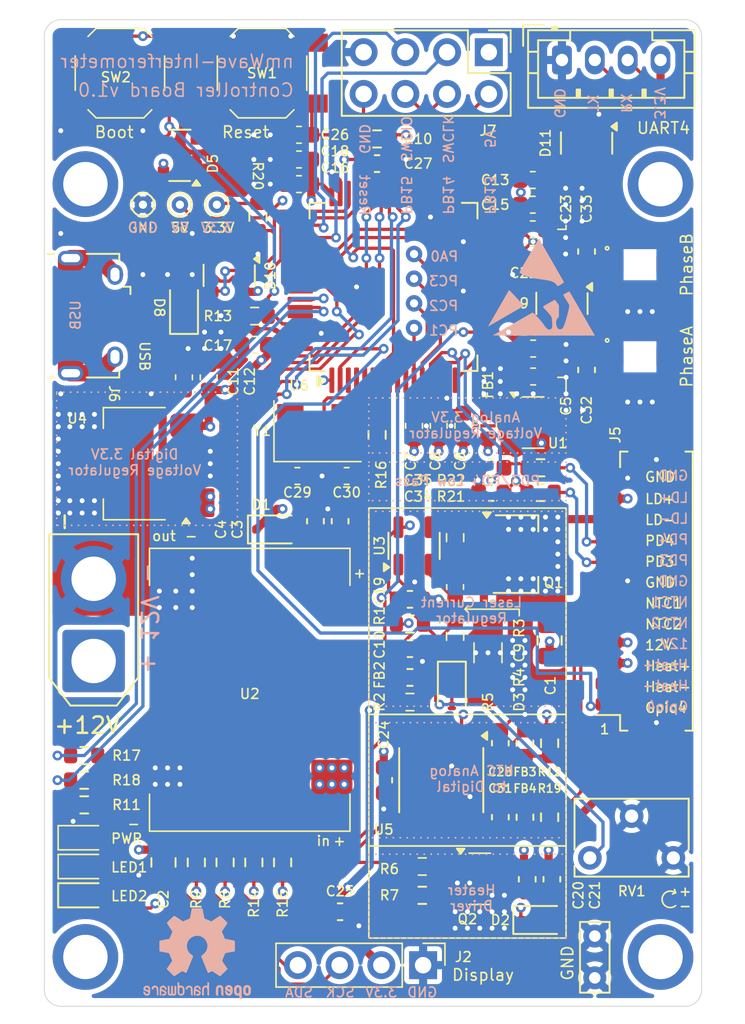
<source format=kicad_pcb>
(kicad_pcb (version 20241229) (generator "pcbnew") (generator_version "9.0")
  (layers (0 "F.Cu" signal) (4 "In1.Cu" power) (6 "In2.Cu" power) (2 "B.Cu" signal) (13 "F.Paste" user) (15 "B.Paste" user) (5 "F.SilkS" user "F.Silkscreen") (7 "B.SilkS" user "B.Silkscreen") (1 "F.Mask" user) (3 "B.Mask" user) (25 "Edge.Cuts" user))
  (net 0 "")
  (net 1 "GND")
  (net 2 "+3.3V")
  (net 3 "Net-(C9-Pad2)")
  (net 4 "/PhaseB")
  (net 5 "/PhaseA")
  (net 6 "VDDA")
  (net 7 "+5V")
  (net 8 "+12V")
  (net 9 "/Display_SDA")
  (net 10 "/Display_SCK")
  (net 11 "/LD-")
  (net 12 "/PD4")
  (net 13 "/PD3")
  (net 14 "/SWCLK")
  (net 15 "/SWDIO")
  (net 16 "/UART4_TX")
  (net 17 "/UART4_RX")
  (net 18 "/USB_D+")
  (net 19 "/USB_D-")
  (net 20 "Net-(D3-K)")
  (net 21 "Net-(U5-CH1+)")
  (net 22 "/LED1")
  (net 23 "/Heater-")
  (net 24 "/Heater")
  (net 25 "/Reset")
  (net 26 "/Boot")
  (net 27 "/LD_Current")
  (net 28 "Net-(FB2-Pad1)")
  (net 29 "/NTC1")
  (net 30 "/ADC1_SCL")
  (net 31 "/ADC1_SDA")
  (net 32 "Net-(U6-PF0)")
  (net 33 "Net-(U3-+)")
  (net 34 "Net-(D1-A)")
  (net 35 "Net-(C30-Pad1)")
  (net 36 "Net-(Q1-B)")
  (net 37 "Net-(Q1-E)")
  (net 38 "Net-(Q2-G)")
  (net 39 "Net-(U5-CH2+)")
  (net 40 "Net-(D4-A)")
  (net 41 "Net-(D6-A)")
  (net 42 "Net-(D7-A)")
  (net 44 "Net-(U6-PF1)")
  (net 45 "Net-(U6-PA0)")
  (net 46 "Net-(U6-PC1)")
  (net 47 "Net-(U6-PC2)")
  (net 48 "Net-(U6-PC3)")
  (net 69 "Net-(D8-A)")
  (net 70 "/LED2")
  (net 71 "/GPIO1")
  (net 72 "Net-(U1-VI)")
  (net 73 "/GPIO2")
  (net 74 "/GPIO3")
  (net 76 "/NTC2")
  (net 77 "/GPIO4")
  (net 83 "Net-(J5-Pin_9)")
  (net 84 "Net-(J5-Pin_8)")
  (net 85 "/USB-Shield")
  (footprint "Capacitor_SMD:C_0603_1608Metric" (layer "F.Cu") (at 145.5 74.7 90)
    (property "Reference" "C6")
    (property "Value" "10µF")
  )
  (footprint "Capacitor_SMD:C_0603_1608Metric" (layer "F.Cu") (at 147.2 77.25 180)
    (property "Reference" "C35")
    (property "Value" "0.1µF")
  )
  (footprint "Button_Switch_SMD:SW_SPST_SKQG_WithoutStem" (layer "F.Cu") (at 124.6 53.25 180)
    (property "Reference" "SW2")
    (property "Value" "SW_Boot")
  )
  (footprint "Package_TO_SOT_SMD:SOT-143" (layer "F.Cu") (at 153 57.5 -90)
    (property "Reference" "D11")
    (property "Value" "PRTR5V0U2X")
  )
  (footprint "LED_SMD:LED_0603_1608Metric_Pad1.05x0.95mm_HandSolder" (layer "F.Cu") (at 122.5 103.25)
    (property "Reference" "D6" (hide yes))
    (property "Value" "LED")
  )
  (footprint "Capacitor_SMD:C_0603_1608Metric" (layer "F.Cu") (at 149.725 64.25)
    (property "Reference" "C22")
    (property "Value" "0.1µF")
  )
  (footprint "Resistor_SMD:R_0603_1608Metric" (layer "F.Cu") (at 150.2 78.75)
    (property "Reference" "R21")
    (property "Value" "1.5k")
  )
  (footprint "Capacitor_SMD:C_0603_1608Metric" (layer "F.Cu") (at 144 74.7 90)
    (property "Reference" "C8")
    (property "Value" "10µF")
  )
  (footprint "Capacitor_SMD:C_0603_1608Metric" (layer "F.Cu") (at 138 104.25)
    (property "Reference" "C25")
    (property "Value" "1µF")
  )
  (footprint "Inductor_SMD:L_0603_1608Metric" (layer "F.Cu") (at 149.25 94 -90)
    (property "Reference" "FB3")
    (property "Value" "FerriteBead")
  )
  (footprint "Package_TO_SOT_SMD:SOT-89-3" (layer "F.Cu") (at 148.7 82.5)
    (property "Reference" "Q1")
    (property "Value" "BCX56")
  )
  (footprint "MountingHole:MountingHole_2.7mm_M2.5_ISO14580_Pad" (layer "F.Cu") (at 122.5 60)
    (property "Reference" "H1" (hide yes))
    (property "Value" "MountingHole")
  )
  (footprint "Connector_PinHeader_2.54mm:PinHeader_2x04_P2.54mm_Vertical" (layer "F.Cu") (at 147.05 51.975 -90)
    (property "Reference" "J7")
    (property "Value" "PRMG")
  )
  (footprint "Resistor_SMD:R_0603_1608Metric" (layer "F.Cu") (at 140.25 57.25 180)
    (property "Reference" "R10")
    (property "Value" "100K")
  )
  (footprint "Resistor_SMD:R_0603_1608Metric" (layer "F.Cu") (at 150.75 98.5 -90)
    (property "Reference" "R19")
    (property "Value" "33k")
  )
  (footprint "Capacitor_SMD:C_0603_1608Metric" (layer "F.Cu") (at 149.725 59.75)
    (property "Reference" "C13")
    (property "Value" "10µF")
  )
  (footprint "LED_SMD:LED_0603_1608Metric_Pad1.05x0.95mm_HandSolder" (layer "F.Cu") (at 122.5 99.75)
    (property "Reference" "D4" (hide yes))
    (property "Value" "LED")
  )
  (footprint "Connector_AMASS:AMASS_XT30U-F_1x02_P5.0mm_Vertical" (layer "F.Cu") (at 123 89 90)
    (property "Reference" "J1" (hide yes))
    (property "Value" "12V")
  )
  (footprint "Capacitor_SMD:C_0603_1608Metric" (layer "F.Cu") (at 149.75 70)
    (property "Reference" "C14")
    (property "Value" "0.1µF")
  )
  (footprint "Capacitor_SMD:C_0603_1608Metric" (layer "F.Cu") (at 138 80.5 90)
    (property "Reference" "C3")
    (property "Value" "10µF")
  )
  (footprint "Capacitor_SMD:C_0603_1608Metric" (layer "F.Cu") (at 140.655 96.25 -90)
    (property "Reference" "C24")
    (property "Value" "0.1µF")
  )
  (footprint "Connector_USB:USB_Micro-B_Amphenol_10118194_Horizontal" (layer "F.Cu") (at 122.9 68 -90)
    (property "Reference" "J6")
    (property "Value" "USB_B_Micro")
  )
  (footprint "Resistor_SMD:R_0603_1608Metric" (layer "F.Cu") (at 134.5 101.25 90)
    (property "Reference" "R15")
    (property "Value" "4K7")
  )
  (footprint "Resistor_SMD:R_0603_1608Metric" (layer "F.Cu") (at 145 87.5 90)
    (property "Reference" "R4")
    (property "Value" "10K")
  )
  (footprint "Resistor_SMD:R_0603_1608Metric" (layer "F.Cu") (at 143 103.25 180)
    (property "Reference" "R7")
    (property "Value" "10K")
  )
  (footprint "MountingHole:MountingHole_2.7mm_M2.5_ISO14580_Pad" (layer "F.Cu") (at 157.5 107)
    (property "Reference" "H4" (hide yes))
    (property "Value" "MountingHole")
  )
  (footprint "Capacitor_SMD:C_0603_1608Metric" (layer "F.Cu") (at 142.25 85.25)
    (property "Reference" "C19")
    (property "Value" "0.1µF")
  )
  (footprint "Resistor_SMD:R_0603_1608Metric" (layer "F.Cu") (at 132.75 101.25 90)
    (property "Reference" "R14")
    (property "Value" "4K7")
  )
  (footprint "Capacitor_SMD:C_0603_1608Metric" (layer "F.Cu") (at 149.725 62.75)
    (property "Reference" "C23")
    (property "Value" "1µF")
  )
  (footprint "Resistor_SMD:R_0603_1608Metric" (layer "F.Cu") (at 131 101.25 90)
    (property "Reference" "R8")
    (property "Value" "4K7")
  )
  (footprint "Capacitor_SMD:C_0603_1608Metric" (layer "F.Cu") (at 130 71.75 90)
    (property "Reference" "C12")
    (property "Value" "10µF")
  )
  (footprint "Capacitor_SMD:C_0603_1608Metric" (layer "F.Cu") (at 145 84.5 90)
    (property "Reference" "C9")
    (property "Value" "100pF")
  )
  (footprint "Capacitor_SMD:C_0603_1608Metric" (layer "F.Cu") (at 153 64.1 -90)
    (property "Reference" "C33")
    (property "Value" "100pF")
  )
  (footprint "Capacitor_SMD:C_0603_1608Metric" (layer "F.Cu") (at 128.5 71.75 90)
    (property "Reference" "C11")
    (property "Value" "10µF")
  )
  (footprint "Package_TO_SOT_SMD:SOT-23" (layer "F.Cu") (at 149.75 74.5)
    (property "Reference" "U1")
    (property "Value" "MCP1700x-300xxTT")
  )
  (footprint "LED_SMD:LED_0603_1608Metric_Pad1.05x0.95mm_HandSolder" (layer "F.Cu") (at 122.5 101.5)
    (property "Reference" "D7" (hide yes))
    (property "Value" "LED")
  )
  (footprint "Capacitor_SMD:C_0603_1608Metric" (layer "F.Cu") (at 142.5 74.7 90)
    (property "Reference" "C7")
    (property "Value" "0.1µF")
  )
  (footprint "Capacitor_SMD:C_0603_1608Metric" (layer "F.Cu") (at 132.8 69.775 180)
    (property "Reference" "C17")
    (property "Value" "0.1µF")
  )
  (footprint "Capacitor_SMD:C_0603_1608Metric" (layer "F.Cu") (at 142.25 88.25 180)
    (property "Reference" "C10")
    (property "Value" "0.1µF")
  )
  (footprint "Package_TO_SOT_SMD:SOT-143" (layer "F.Cu") (at 128.25 58.25 180)
    (property "Reference" "D5")
    (property "Value" "PRTR5V0U2X")
  )
  (footprint "TestPoint:TestPoint_THTPad_D1.0mm_Drill0.5mm" (layer "F.Cu") (at 126 61.25)
    (property "Reference" "TP7" (hide yes))
    (property "Value" "TestPoint")
  )
  (footprint "Crystal:Crystal_SMD_5032-4Pin_5.0x3.2mm" (layer "F.Cu") (at 136.625 75.025)
    (property "Reference" "Y1")
    (property "Value" "MJ-12.000-33412")
  )
  (footprint "Capacitor_SMD:C_0603_1608Metric" (layer "F.Cu") (at 135.4 77.75)
    (property "Reference" "C29")
    (property "Value" "15pF")
  )
  (footprint "Diode_SMD:D_SOD-323F" (layer "F.Cu") (at 134 81)
    (property "Reference" "D1")
    (property "Value" "PMEG4010CEJ")
  )
  (footprint "Capacitor_SMD:C_0603_1608Metric" (layer "F.Cu") (at 140.25 58.75)
    (property "Reference" "C27")
    (property "Value" "100pF")
  )
  (footprint "Capacitor_SMD:C_0603_1608Metric" (layer "F.Cu") (at 149.75 71.7 180)
    (property "Reference" "C5")
    (property "Value" "10µF")
  )
  (footprint "Capacitor_SMD:C_0603_1608Metric" (layer "F.Cu") (at 147.75 94 90)
    (property "Reference" "C28")
    (property "Value" "0.1µF")
  )
  (footprint "TestPoint:TestPoint_THTPad_D1.0mm_Drill0.5mm" (layer "F.Cu") (at 142.5 67.25)
    (property "Reference" "TP3" (hide yes))
    (property "Value" "PC2")
  )
  (footprint "Diode_SMD:D_SOD-323F" (layer "F.Cu") (at 150.15 104.75)
    (property "Reference" "D2")
    (property "Value" "PMEG4010CEJ")
  )
  (footprint "Diode_SMD:D_SOD-323F" (layer "F.Cu") (at 128.5 67.5 90)
    (property "Reference" "D8")
    (property "Value" "PMEG4010CEJ")
  )
  (footprint "Resistor_SMD:R_0603_1608Metric" (layer "F.Cu") (at 122.425 94.75)
    (property "Reference" "R17")
    (property "Value" "10K")
  )
  (footprint "TestPoint:TestPoint_Bridge_Pitch2.54mm_Drill0.7mm" (layer "F.Cu") (at 153.5 108.27 90)
    (property "Reference" "TP8" (hide yes))
    (property "Value" "TestPoint")
  )
  (footprint "Package_SO:SOIC-8_3.9x4.9mm_P1.27mm" (layer "F.Cu") (at 144.155 96.25 -90)
    (property "Reference" "U5")
    (property "Value" "MCP3426Axx-xSN")
  )
  (footprint "Resistor_SMD:R_0603_1608Metric" (layer "F.Cu") (at 133 62 -90)
    (property "Reference" "R20")
    (property "Value" "1.5k")
  )
  (footprint "ConMFH_SMD:LINX_CONMHF1-SMD-T" (layer "F.Cu") (at 156.25 64.9 90)
    (property "Reference" "J8" (hide yes))
    (property "Value" "MHF_SMD")
  )
  (footprint "Resistor_SMD:R_0603_1608Metric" (layer "F.Cu") (at 132.8 68.025 180)
    (property "Reference" "R13")
    (property "Value" "100K")
  )
  (footprint "Resistor_SMD:R_0603_1608Metric" (layer "F.Cu") (at 150.75 94 -90)
    (property "Reference" "R12")
    (property "Value" "33k")
  )
  (footprint "Capacitor_SMD:C_0805_2012Metric" (layer "F.Cu") (at 150.75 87.75 90)
    (property "Reference" "C1")
    (property "Value" "10µF, 16V")
  )
  (footprint "TestPoint:TestPoint_THTPad_D1.0mm_Drill0.5mm" (layer "F.Cu") (at 142.5 68.75)
    (property "Reference" "TP2" (hide yes))
    (property "Value" "PC1")
  )
  (footprint "Capacitor_SMD:C_0603_1608Metric" (layer "F.Cu") (at 150.8875 102.275 -90)
    (property "Reference" "C20")
    (property "Value" "1µF")
  )
  (footprint "Capacitor_SMD:C_0805_2012Metric" (layer "F.Cu") (at 127.25 101.25 -90)
    (property "Reference" "C2")
    (property "Value" "10µF, 16V")
  )
  (footprint "Resistor_SMD:R_0603_1608Metric" (layer "F.Cu") (at 150.2 77.25)
    (property "Reference" "R22")
    (property "Value" "1.5k")
  )
  (footprint "Package_QFP:LQFP-64_10x10mm_P0.5mm" (layer "F.Cu") (at 141.25 66.25 90)
    (property "Reference" "U6")
    (property "Value" "STM32G431RBTx")
  )
  (footprint "Connector_Molex:Molex_PicoBlade_53261-1271_1x12-1MP_P1.25mm_Horizontal" (layer "F.Cu") (at 156.75 84.75 90)
    (property "Reference" "J5")
    (property "Value" "Conn_PDBoard")
  )
  (footprint "Resistor_SMD:R_MiniMELF_MMA-0204" (layer "F.Cu") (at 147 88.5 90)
    (property "Reference" "R5")
    (property "Value" "10")
  )
  (footprint "Connector_PinHeader_2.54mm:PinHeader_1x04_P2.54mm_Vertical" (layer "F.Cu") (at 143.05 107.5 -90)
    (property "Reference" "J2")
    (property "Value" "Display")
  )
  (footprint "Resistor_SMD:R_0603_1608Metric" (layer "F.Cu") (at 142.25 91.5)
    (property "Reference" "R2")
    (property "Value" "100k")
  )
  (footprint "Resistor_SMD:R_0603_1608Metric" (layer "F.Cu") (at 143 101.5)
    (property "Reference" "R6")
    (property "Value" "3.3K")
  )
  (footprint "Potentiometer_THT:Potentiometer_Bourns_3266X_Horizontal" (layer "F.Cu") (at 153.2 100.975 180)
    (property "Reference" "RV1")
    (property "Value" "2K")
  )
  (footprint "Inductor_SMD:L_0603_1608Metric" (layer "F.Cu") (at 149.25 98.5 90)
    (property "Reference" "FB4")
    (property "Value" "FerriteBead")
  )
  (footprint "TestPoint:TestPoint_THTPad_D1.0mm_Drill0.5mm" (layer "F.Cu") (at 128.25 61.25)
    (property "Reference" "TP6" (hide yes))
    (property "Value" "TestPoint")
  )
  (footprint "Capacitor_SMD:C_0603_1608Metric" (layer "F.Cu") (at 135.5 57 180)
    (property "Reference" "C26")
    (property "Value" "0.1µF")
  )
  (footprint "TestPoint:TestPoint_THTPad_D1.0mm_Drill0.5mm" (layer "F.Cu") (at 142.5 65.75)
    (property "Reference" "TP4" (hide yes))
    (property "Value" "PC3")
  )
  (footprint "Resistor_SMD:R_0603_1608Metric" (layer "F.Cu") (at 142.25 86.75)
    (property "Reference" "R1")
    (property "Value" "10k")
  )
  (footprint "Diode_SMD:D_SOD-323F" (layer "F.Cu") (at 144.8 90.65 -90)
    (property "Reference" "D3")
    (property "Value" "PMEG4010CEJ")
  )
  (footprint "MountingHole:MountingHole_2.7mm_M2.5_ISO14580_Pad" (layer "F.Cu") (at 157.5 60)
    (property "Reference" "H2" (hide yes))
    (property "Value" "MountingHole")
  )
  (footprint "Capacitor_SMD:C_0603_1608Metric" (layer "F.Cu") (at 149.3875 102.275 -90)
    (property "Reference" "C21")
    (property "Value" "1µF")
  )
  (footprint "Button_Switch_SMD:SW_SPST_SKQG_WithoutStem" (layer "F.Cu") (at 133.25 53.25 180)
    (property "Reference" "SW1")
    (property "Value" "SW_Reset")
  )
  (footprint "Resistor_SMD:R_0603_1608Metric" (layer "F.Cu") (at 145 81.5 90)
    (property "Reference" "R3")
    (property "Value" "1k")
  )
  (footprint "DCDC_Converter:DCDC_17mmx12mm" (layer "F.Cu") (at 132.5 91)
    (property "Reference" "U2")
    (property "Value" "DCDC_3.3V")
  )
  (footprint "Package_TO_SOT_SMD:SOT-23-5" (layer "F.Cu") (at 142.5 82 90)
    (property "Reference" "U3")
    (property "Value" "LMV321")
  )
  (footprint "Resistor_SMD:R_0603_1608Metric" (layer "F.Cu") (at 122.425 96.25)
    (property "Reference" "R18")
    (property "Value" "10K")
  )
  (footprint "MountingHole:MountingHole_2.7mm_M2.5_ISO14580_Pad" (layer "F.Cu") (at 122.5 107)
    (property "Reference" "H3" (hide yes))
    (property "Value" "MountingHole")
  )
  (footprint "Package_TO_SOT_SMD:SOT-143" (layer "F.Cu") (at 131.25 65.55 -90)
    (property "Reference" "D10")
    (property "Value" "PRTR5V0U2X")
  )
  (footprint "Package_TO_SOT_SMD:SOT-223-3_TabPin2" (layer "F.Cu") (at 125.5 77 180)
    (property "Reference" "U4")
    (property "Value" "MCP1825S")
  )
  (footprint "ConMFH_SMD:LINX_CONMHF1-SMD-T" (layer "F.Cu") (at 156.25 70.5 90)
    (property "Reference" "J3" (hide yes))
    (property "Value" "MHF_SMD")
  )
  (footprint "Connector_JST:JST_PH_B4B-PH-K_1x04_P2.00mm_Vertical" (layer "F.Cu") (at 151.5 52.45)
    (property "Reference" "J4" (hide yes))
    (property "Value" "UART1")
  )
  (footprint "TestPoint:TestPoint_THTPad_D1.0mm_Drill0.5mm" (layer "F.Cu") (at 130.5 61.25)
    (property "Reference" "TP5" (hide yes))
    (property "Value" "TestPoint")
  )
  (footprint "TestPoint:TestPoint_THTPad_D1.0mm_Drill0.5mm" (layer "F.Cu") (at 142.5 64.25)
    (property "Reference" "TP1" (hide yes))
    (property "Value" "PA0")
  )
  (footprint "Capacitor_SMD:C_0603_1608Metric" (layer "F.Cu") (at 135.5 58.5 180)
    (property "Reference" "C18")
    (property "Value" "10µF")
  )
  (footprint "Capacitor_SMD:C_0603_1608Metric" (layer "F.Cu") (at 147.2 78.75 180)
    (property "Reference" "C34")
    (property "Value" "0.1µF")
  )
  (footprint "Capacitor_SMD:C_0603_1608Metric" (layer "F.Cu") (at 138.4 77.75 180)
    (property "Reference" "C30")
    (property "Value" "15pF")
  )
  (footprint "Package_TO_SOT_SMD:SOT-23" (layer "F.Cu") (at 146.5 102.25)
    (property "Reference" "Q2")
    (property "Value" "IRLML6244")
  )
  (footprint "Resistor_SMD:R_0603_1608Metric" (layer "F.Cu") (at 122.425 97.75)
    (property "Reference" "R11")
    (property "Value" "10K")
  )
  (footprint "Inductor_SMD:L_0603_1608Metric" (layer "F.Cu") (at 142.25 90 180)
    (property "Reference" "FB2")
    (property "Value" "FerriteBead")
  )
  (footprint "Resistor_SMD:R_0603_1608Metric" (layer "F.Cu") (at 129.25 101.25 90)
    (property "Reference" "R9")
    (property "Value" "4K7")
  )
  (footprint "Resistor_SMD:R_0603_1608Metric" (layer "F.Cu") (at 140.25 75.25 90)
    (property "Reference" "R16")
    (property "Value" "0")
  )
  (footprint "Capacitor_SMD:C_0603_1608Metric" (layer "F.Cu") (at 136.5 80.5 90)
    (property "Reference" "C4")
    (property "Value" "0.1µF")
  )
  (footprint "Capacitor_SMD:C_0603_1608Metric" (layer "F.Cu") (at 147.75 98.5 90)
    (property "Reference" "C31")
    (property "Value" "0.1µF")
  )
  (footprint "Inductor_SMD:L_0603_1608Metric" (layer "F.Cu") (at 147 74.7 -90)
    (property "Reference" "FB1")
    (property "Value" "FerriteBead")
  )
  (footprint "Capacitor_SMD:C_0603_1608Metric" (layer "F.Cu") (at 149.725 61.25)
    (property "Reference" "C15")
    (property "Value" "0.1µF")
  )
  (footprint "Package_TO_SOT_SMD:SOT-143" (layer "F.Cu") (at 151.5 67.25 -90)
    (property "Reference" "D9")
    (property "Value" "PRTR5V0U2X")
  )
  (footprint "Capacitor_SMD:C_0603_1608Metric" (layer "F.Cu") (at 153 71.3 90)
    (property "Reference" "C32")
    (property "Value" "100pF")
  )
  (footprint "Capacitor_SMD:C_0603_1608Metric" (layer "F.Cu") (at 135.5 60 180)
    (property "Reference" "C16")
    (property "Value" "0.1µF")
  )
  (footprint "Symbol:OSHW-Logo2_7.3x6mm_SilkScreen" (layer "B.Cu") (at 129.3 106.8 180)
    (property "Reference" "REF**" (hide yes))
    (property "Value" "OSHW-Logo2_7.3x6mm_SilkScreen" (hide yes))
  )
  (footprint "Symbol:ESD-Logo_6.6x6mm_SilkScreen" (layer "B.Cu") (at 150.25 66.25 180)
    (property "Reference" "REF**" (hide yes))
    (property "Value" "ESD-Logo_6.6x6mm_SilkScreen" (hide yes))
  )
  (gr_line (start 151.75 71.75) (end 151.75 72.75) (stroke (width 0.1)) (layer "F.SilkS"))
  (gr_line (start 151.75 62.75) (end 151.25 62.75) (stroke (width 0.1)) (layer "F.SilkS"))
  (gr_line (start 151.75 62.75) (end 151.75 62.5) (stroke (width 0.1)) (layer "F.SilkS"))
  (gr_line (start 145.8 85.65) (end 145.6 85.85) (stroke (width 0.1)) (layer "F.SilkS"))
  (gr_line (start 151.75 71.75) (end 151.25 71.75) (stroke (width 0.1)) (layer "F.SilkS"))
  (gr_rect (start 139.75 92.25) (end 151.75 100.25) (stroke (width 0.1)) (fill no) (layer "F.SilkS"))
  (gr_line (start 148.9 85.85) (end 148.9 86.25) (stroke (width 0.1)) (layer "F.SilkS"))
  (gr_line (start 158.427665 103.092339) (end 158.23098 103.171805) (stroke (width 0.1)) (layer "F.SilkS"))
  (gr_line (start 145.6 85.85) (end 145.7 85.75) (stroke (width 0.1)) (layer "F.SilkS"))
  (gr_arc (start 158.418515 103.874552) (mid 157.6 103.569763) (end 158.28959 103.033729) (stroke (width 0.1)) (layer "F.SilkS"))
  (gr_rect (start 139.75 100.25) (end 151.75 105.85) (stroke (width 0.1)) (fill no) (layer "F.SilkS"))
  (gr_rect (start 139.75 79.7) (end 151.75 92.25) (stroke (width 0.1)) (fill no) (layer "F.SilkS"))
  (gr_line (start 145.6 85.85) (end 148.9 85.85) (stroke (width 0.1)) (layer "F.SilkS"))
  (gr_line (start 158.427665 103.092339) (end 158.348199 102.895653) (stroke (width 0.1)) (layer "F.SilkS"))
  (gr_line (start 145.6 85.85) (end 145.8 86.05) (stroke (width 0.1)) (layer "F.SilkS"))
  (gr_line (start 158.427665 103.092339) (end 158.28959 103.033729) (stroke (width 0.1)) (layer "F.SilkS"))
  (gr_rect (start 139.75 76.9) (end 151.75 79.25) (stroke (width 0.1) (type dot)) (fill no) (layer "B.SilkS"))
  (gr_rect (start 139.75 92.75) (end 151.75 99.75) (stroke (width 0.1) (type dot)) (fill no) (layer "B.SilkS"))
  (gr_rect (start 139.75 100.75) (end 151.75 105.85) (stroke (width 0.1) (type dot)) (fill no) (layer "B.SilkS"))
  (gr_rect (start 120.75 72.65) (end 131.75 80.75) (stroke (width 0.1) (type dot)) (fill no) (layer "B.SilkS"))
  (gr_rect (start 139.75 73) (end 151.75 76.35) (stroke (width 0.1) (type dot)) (fill no) (layer "B.SilkS"))
  (gr_rect (start 139.75 79.9) (end 151.75 91.75) (stroke (width 0.1) (type dot)) (fill no) (layer "B.SilkS"))
  (gr_arc (start 160 109) (mid 159.707107 109.707107) (end 159 110) (stroke (width 0.05)) (layer "Edge.Cuts"))
  (gr_line (start 120 51) (end 120 109) (stroke (width 0.05)) (layer "Edge.Cuts"))
  (gr_arc (start 121 110) (mid 120.292893 109.707107) (end 120 109) (stroke (width 0.05)) (layer "Edge.Cuts"))
  (gr_line (start 121 50) (end 159 50) (stroke (width 0.05)) (layer "Edge.Cuts"))
  (gr_arc (start 159 50) (mid 159.707107 50.292893) (end 160 51) (stroke (width 0.05)) (layer "Edge.Cuts"))
  (gr_arc (start 120 51) (mid 120.292893 50.292893) (end 121 50) (stroke (width 0.05)) (layer "Edge.Cuts"))
  (gr_line (start 160 109) (end 160 51) (stroke (width 0.05)) (layer "Edge.Cuts"))
  (gr_line (start 121 110) (end 159 110) (stroke (width 0.05)) (layer "Edge.Cuts"))
  (gr_text "PD3" (at 156.5 83.31 -0) (layer "F.SilkS") (effects (font (size 0.6 0.6) (thickness 0.1) (bold yes)) (justify left bottom)))
  (gr_text "PhaseA" (at 159.5 70.5 90) (layer "F.SilkS") (effects (font (size 0.7 0.7) (thickness 0.1)) (justify bottom)))
  (gr_text "LED1" (at 124 101.9 0) (layer "F.SilkS") (effects (font (size 0.6 0.6) (thickness 0.1) (bold yes)) (justify left bottom)))
  (gr_text "12V" (at 156.5 88.39 -0) (layer "F.SilkS") (effects (font (size 0.6 0.6) (thickness 0.1) (bold yes)) (justify left bottom)))
  (gr_text "NTC1" (at 156.5 85.85 -0) (layer "F.SilkS") (effects (font (size 0.6 0.6) (thickness 0.1) (bold yes)) (justify left bottom)))
  (gr_text "Boot" (at 123 57.25 0) (layer "F.SilkS") (effects (font (size 0.7 0.7) (thickness 0.1)) (justify left bottom)))
  (gr_text "UART4" (at 156 57 0) (layer "F.SilkS") (effects (font (size 0.7 0.7) (thickness 0.1)) (justify left bottom)))
  (gr_text "Heat-" (at 156.5 90.93 -0) (layer "F.SilkS") (effects (font (size 0.6 0.6) (thickness 0.1) (bold yes)) (justify left bottom)))
  (gr_text "PD4" (at 156.5 82.04 -0) (layer "F.SilkS") (effects (font (size 0.6 0.6) (thickness 0.1) (bold yes)) (justify left bottom)))
  (gr_text "1\n" (at 153.75 93.5 0) (layer "F.SilkS") (effects (font (size 0.6 0.6) (thickness 0.1) (bold yes)) (justify left bottom)))
  (gr_text "Gpio4" (at 156.5 92.2 -0) (layer "F.SilkS") (effects (font (size 0.6 0.6) (thickness 0.1) (bold yes)) (justify left bottom)))
  (gr_text "-" (at 121.75 81.25 90) (layer "F.SilkS") (effects (font (size 1 1)) (justify left bottom)))
  (gr_text "GND" (at 126 63 0) (layer "F.SilkS") (effects (font (size 0.6 0.6) (thickness 0.1) (bold yes)) (justify bottom)))
  (gr_text "LD+" (at 156.5 79.5 -0) (layer "F.SilkS") (effects (font (size 0.6 0.6) (thickness 0.1) (bold yes)) (justify left bottom)))
  (gr_text "Reset" (at 130.75 57.25 0) (layer "F.SilkS") (effects (font (size 0.7 0.7) (thickness 0.1)) (justify left bottom)))
  (gr_text "NTC2" (at 156.5 87.12 -0) (layer "F.SilkS") (effects (font (size 0.6 0.6) (thickness 0.1) (bold yes)) (justify left bottom)))
  (gr_text "GND" (at 156.5 84.58 -0) (layer "F.SilkS") (effects (font (size 0.6 0.6) (thickness 0.1) (bold yes)) (justify left bottom)))
  (gr_text "+12V" (at 120.508 93.5 0) (layer "F.SilkS") (effects (font (size 1 1)) (justify left bottom)))
  (gr_text "PhaseB" (at 159.5 64.9 90) (layer "F.SilkS") (effects (font (size 0.7 0.7) (thickness 0.1)) (justify bottom)))
  (gr_text "USB" (at 125.75 69.5 -90) (layer "F.SilkS") (effects (font (size 0.6 0.6) (thickness 0.1) (bold yes)) (justify left bottom)))
  (gr_text "Heat+" (at 156.5 89.66 -0) (layer "F.SilkS") (effects (font (size 0.6 0.6) (thickness 0.1) (bold yes)) (justify left bottom)))
  (gr_text "-" (at 159 103.89 0) (layer "F.SilkS") (effects (font (size 0.6 0.6) (thickness 0.1) (bold yes))))
  (gr_text "Display" (at 144.75 108.5 0) (layer "F.SilkS") (effects (font (size 0.7 0.7) (thickness 0.1)) (justify left bottom)))
  (gr_text "PWR" (at 124 100.15 0) (layer "F.SilkS") (effects (font (size 0.6 0.6) (thickness 0.1) (bold yes)) (justify left bottom)))
  (gr_text "+" (at 159 103 0) (layer "F.SilkS") (effects (font (size 0.6 0.6) (thickness 0.1) (bold yes))))
  (gr_text "5V" (at 128.25 63 0) (layer "F.SilkS") (effects (font (size 0.6 0.6) (thickness 0.1) (bold yes)) (justify bottom)))
  (gr_text "LED2" (at 124 103.65 0) (layer "F.SilkS") (effects (font (size 0.6 0.6) (thickness 0.1) (bold yes)) (justify left bottom)))
  (gr_text "LD-" (at 156.5 80.77 -0) (layer "F.SilkS") (effects (font (size 0.6 0.6) (thickness 0.1) (bold yes)) (justify left bottom)))
  (gr_text "GND" (at 156.5 78.16 -0) (layer "F.SilkS") (effects (font (size 0.6 0.6) (thickness 0.1) (bold yes)) (justify left bottom)))
  (gr_text "3.3V" (at 130.6 63 0) (layer "F.SilkS") (effects (font (size 0.6 0.6) (thickness 0.1) (bold yes)) (justify bottom)))
  (gr_text "GND" (at 152.25 108.5 90) (layer "F.SilkS") (effects (font (size 0.7 0.7) (thickness 0.1)) (justify left bottom)))
  (gr_text "Laser Current\nRegulator" (at 146 86.75 0) (layer "B.SilkS") (effects (font (size 0.6 0.6) (thickness 0.1) (bold yes)) (justify bottom mirror)))
  (gr_text "LD-" (at 159.25 80.69 0) (layer "B.SilkS") (effects (font (size 0.6 0.6) (thickness 0.1) (bold yes)) (justify left bottom mirror)))
  (gr_text "SDA" (at 135.5 109.5 0) (layer "B.SilkS") (effects (font (size 0.6 0.6) (thickness 0.1) (bold yes)) (justify bottom mirror)))
  (gr_text "NTC2" (at 159.25 87.04 0) (layer "B.SilkS") (effects (font (size 0.6 0.6) (thickness 0.1) (bold yes)) (justify left bottom mirror)))
  (gr_text "PD3" (at 159.25 83.23 0) (layer "B.SilkS") (effects (font (size 0.6 0.6) (thickness 0.1) (bold yes)) (justify left bottom mirror)))
  (gr_text "SWCLK" (at 144.21 57.25 -90) (layer "B.SilkS") (effects (font (size 0.6 0.6) (thickness 0.1) (bold yes)) (justify bottom mirror)))
  (gr_text "GND" (at 139.13 57.25 -90) (layer "B.SilkS") (effects (font (size 0.6 0.6) (thickness 0.1) (bold yes)) (justify bottom mirror)))
  (gr_text "PA0" (at 145.25 64.75 0) (layer "B.SilkS") (effects (font (size 0.6 0.6) (thickness 0.1) (bold yes)) (justify left bottom mirror)))
  (gr_text "5V" (at 146.75 57.25 -90) (layer "B.SilkS") (effects (font (size 0.6 0.6) (thickness 0.1) (bold yes)) (justify bottom mirror)))
  (gr_text "Heat+" (at 159.25 89.58 0) (layer "B.SilkS") (effects (font (size 0.6 0.6) (thickness 0.1) (bold yes)) (justify left bottom mirror)))
  (gr_text "PC2" (at 145.25 67.75 0) (layer "B.SilkS") (effects (font (size 0.6 0.6) (thickness 0.1) (bold yes)) (justify left bottom mirror)))
  (gr_text "LD+" (at 159.25 79.42 0) (layer "B.SilkS") (effects (font (size 0.6 0.6) (thickness 0.1) (bold yes)) (justify left bottom mirror)))
  (gr_text "Analog 3.3V\nVoltage Regulator" (at 146.25 75.5 0) (layer "B.SilkS") (effects (font (size 0.6 0.6) (thickness 0.1) (bold yes)) (justify bottom mirror)))
  (gr_text "GND" (at 159.25 78.08 0) (layer "B.SilkS") (effects (font (size 0.6 0.6) (thickness 0.1) (bold yes)) (justify left bottom mirror)))
  (gr_text "Reset" (at 139.13 60.67 -90) (layer "B.SilkS") (effects (font (size 0.6 0.6) (thickness 0.1) (bold yes)) (justify bottom mirror)))
  (gr_text "5V" (at 128.25 63 -0) (layer "B.SilkS") (effects (font (size 0.6 0.6) (thickness 0.1) (bold yes)) (justify bottom mirror)))
  (gr_text "GND" (at 143 109.5 0) (layer "B.SilkS") (effects (font (size 0.6 0.6) (thickness 0.1) (bold yes)) (justify bottom mirror)))
  (gr_text "3.3V" (at 130.5 63 -0) (layer "B.SilkS") (effects (font (size 0.6 0.6) (thickness 0.1) (bold yes)) (justify bottom mirror)))
  (gr_text "SCK" (at 138 109.5 0) (layer "B.SilkS") (effects (font (size 0.6 0.6) (thickness 0.1) (bold yes)) (justify bottom mirror)))
  (gr_text "TX" (at 153.02 55.08 270) (layer "B.SilkS") (effects (font (size 0.6 0.6) (thickness 0.1) (bold yes)) (justify bottom mirror)))
  (gr_text "PB13" (at 146.75 60.67 -90) (layer "B.SilkS") (effects (font (size 0.6 0.6) (thickness 0.1) (bold yes)) (justify bottom mirror)))
  (gr_text "3.3V" (at 140.5 109.5 0) (layer "B.SilkS") (effects (font (size 0.6 0.6) (thickness 0.1) (bold yes)) (justify bottom mirror)))
  (gr_text "GND" (at 159.25 84.5 0) (layer "B.SilkS") (effects (font (size 0.6 0.6) (thickness 0.1) (bold yes)) (justify left bottom mirror)))
  (gr_text "12V" (at 159.25 88.31 0) (layer "B.SilkS") (effects (font (size 0.6 0.6) (thickness 0.1) (bold yes)) (justify left bottom mirror)))
  (gr_text "Digital 3.3V\nVoltage Regulator" (at 125.5 77.75 0) (layer "B.SilkS") (effects (font (size 0.6 0.6) (thickness 0.1) (bold yes)) (justify bottom mirror)))
  (gr_text "SWDIO" (at 141.67 57.25 -90) (layer "B.SilkS") (effects (font (size 0.6 0.6) (thickness 0.1) (bold yes)) (justify bottom mirror)))
  (gr_text "PB14" (at 144.21 60.67 -90) (layer "B.SilkS") (effects (font (size 0.6 0.6) (thickness 0.1) (bold yes)) (justify bottom mirror)))
  (gr_text "USB" (at 122.25 67 90) (layer "B.SilkS") (effects (font (size 0.6 0.6) (thickness 0.1) (bold yes)) (justify left bottom mirror)))
  (gr_text "3.3V" (at 157.084 55.08 270) (layer "B.SilkS") (effects (font (size 0.6 0.6) (thickness 0.1) (bold yes)) (justify bottom mirror)))
  (gr_text "\nController Board v1.0" (at 135.25 54.75 0) (layer "B.SilkS") (effects (font (size 0.8 0.8) (thickness 0.1)) (justify left bottom mirror)))
  (gr_text "PB15" (at 141.67 60.67 -90) (layer "B.SilkS") (effects (font (size 0.6 0.6) (thickness 0.1) (bold yes)) (justify bottom mirror)))
  (gr_text "GND" (at 126 63 -0) (layer "B.SilkS") (effects (font (size 0.6 0.6) (thickness 0.1) (bold yes)) (justify bottom mirror)))
  (gr_text "NTC1" (at 159.25 85.77 0) (layer "B.SilkS") (effects (font (size 0.6 0.6) (thickness 0.1) (bold yes)) (justify left bottom mirror)))
  (gr_text "+ 12V -" (at 125.8 86.4 270) (layer "B.SilkS") (effects (font (size 1 1)) (justify bottom mirror)))
  (gr_text "Heat-" (at 159.25 90.85 0) (layer "B.SilkS") (effects (font (size 0.6 0.6) (thickness 0.1) (bold yes)) (justify left bottom mirror)))
  (gr_text "Heater\nDriver" (at 146 104.25 0) (layer "B.SilkS") (effects (font (size 0.6 0.6) (thickness 0.1) (bold yes)) (justify bottom mirror)))
  (gr_text "nmWave-Interferometer" (at 135.25 53 0) (layer "B.SilkS") (effects (font (size 0.8 0.8) (thickness 0.1)) (justify left bottom mirror)))
  (gr_text "Gpio4" (at 159.25 92.12 0) (layer "B.SilkS") (effects (font (size 0.6 0.6) (thickness 0.1) (bold yes)) (justify left bottom mirror)))
  (gr_text "PD4" (at 159.25 81.96 0) (layer "B.SilkS") (effects (font (size 0.6 0.6) (thickness 0.1) (bold yes)) (justify left bottom mirror)))
  (gr_text "PD3/PD4 Low Pass" (at 145.75 78.4 0) (layer "B.SilkS") (effects (font (size 0.6 0.6) (thickness 0.1) (bold yes)) (justify bottom mirror)))
  (gr_text "RX" (at 155.052 55.08 270) (layer "B.SilkS") (effects (font (size 0.6 0.6) (thickness 0.1) (bold yes)) (justify bottom mirror)))
  (gr_text "GND" (at 151 55.08 -90) (layer "B.SilkS") (effects (font (size 0.6 0.6) (thickness 0.1) (bold yes)) (justify bottom mirror)))
  (gr_text "PC1" (at 145.25 69.25 0) (layer "B.SilkS") (effects (font (size 0.6 0.6) (thickness 0.1) (bold yes)) (justify left bottom mirror)))
  (gr_text "NTC Analog\nto Digital" (at 146 97 0) (layer "B.SilkS") (effects (font (size 0.6 0.6) (thickness 0.1) (bold yes)) (justify bottom mirror)))
  (gr_text "PC3" (at 145.25 66.25 0) (layer "B.SilkS") (effects (font (size 0.6 0.6) (thickness 0.1) (bold yes)) (justify left bottom mirror)))
  (segment (start 145.61759 63.5) (end 146.11759 63) (width 0.2) (layer "F.Cu") (net 1))
  (segment (start 130.55 51) (end 131.5 51) (width 0.2) (layer "F.Cu") (net 1))
  (segment (start 151.5 70) (end 151.75 69.75) (width 0.5) (layer "F.Cu") (net 1))
  (segment (start 135 51) (end 135.95 51) (width 0.2) (layer "F.Cu") (net 1))
  (segment (start 146.11759 63) (end 146.925 63) (width 0.2) (layer "F.Cu") (net 1))
  (segment (start 137.8 76.5) (end 138.275 76.025) (width 0.2) (layer "F.Cu") (net 1))
  (segment (start 142.5 84.152774) (end 142.539682 84.192456) (width 0.2) (layer "F.Cu") (net 1))
  (segment (start 155.5 84.125) (end 154.35 84.125) (width 0.5) (layer "F.Cu") (net 1))
  (segment (start 138 60.575) (end 138 59.75) (width 0.2) (layer "F.Cu") (net 1))
  (segment (start 141.275 58.5) (end 142 58.5) (width 0.2) (layer "F.Cu") (net 1))
  (segment (start 145.5 73.925) (end 144.75 73.925) (width 0.5) (layer "F.Cu") (net 1))
  (segment (start 138 59.75) (end 137.5 59.25) (width 0.2) (layer "F.Cu") (net 1))
  (segment (start 147.75 97.725) (end 146.975 97.725) (width 0.2) (layer "F.Cu") (net 1))
  (segment (start 121.625 99.75) (end 121.625 101.25) (width 0.2) (layer "F.Cu") (net 1))
  (segment (start 143.025 84.677774) (end 143.025 85.25) (width 0.2) (layer "F.Cu") (net 1))
  (segment (start 157.25 94.175) (end 157.25 92.75) (width 0.2) (layer "F.Cu") (net 1))
  (segment (start 144.79 95.385) (end 144.79 93.775) (width 0.2) (layer "F.Cu") (net 1))
  (segment (start 125.75 102.025) (end 127.325 102.025) (width 0.5) (layer "F.Cu") (net 1))
  (segment (start 137.625 77.75) (end 137.625 76.675) (width 0.5) (layer "F.Cu") (net 1))
  (segment (start 143.025 89.00993) (end 143.025 88.25) (width 0.2) (layer "F.Cu") (net 1))
  (segment (start 147.275 65.025) (end 150.5 65.025) (width 0.2) (layer "F.Cu") (net 1))
  (segment (start 121.625 101.25) (end 121.625 102.75) (width 0.2) (layer "F.Cu") (net 1))
  (segment (start 143.009929 89.025001) (end 143.025 89.00993) (width 0.2) (layer "F.Cu") (net 1))
  (segment (start 149.25 92.25) (end 149.193749 92.306251) (width 0.2) (layer "F.Cu") (net 1))
  (segment (start 144.5 71.925) (end 144.5 73.014351) (width 0.2) (layer "F.Cu") (net 1))
  (segment (start 146.425 77.972246) (end 146.425 77.25) (width 0.5) (layer "F.Cu") (net 1))
  (segment (start 146.400398 77.996848) (end 146.400398 78.725398) (width 0.5) (layer "F.Cu") (net 1))
  (segment (start 155.5 77.875) (end 154.35 77.875) (width 0.5) (layer "F.Cu") (net 1))
  (segment (start 128.15 77.5) (end 128.65 77) (width 0.2) (layer "F.Cu") (net 1))
  (segment (start 136.42299 69.5) (end 134.725 69.5) (width 0.2) (layer "F.Cu") (net 1))
  (segment (start 144.8 91.75) (end 144.8 91.05) (width 0.2) (layer "F.Cu") (net 1))
  (segment (start 146.975 97.725) (end 146.5 97.25) (width 0.2) (layer "F.Cu") (net 1))
  (segment (start 153.75 56.5) (end 153.75 55.75) (width 0.5) (layer "F.Cu") (net 1))
  (segment (start 142.155 97) (end 142.769999 97) (width 0.2) (layer "F.Cu") (net 1))
  (segment (start 146.400398 78.725398) (end 146.425 78.75) (width 0.5) (layer "F.Cu") (net 1))
  (segment (start 138 75.75) (end 138.275 76.025) (width 0.2) (layer "F.Cu") (net 1))
  (segment (start 135.95 51) (end 136.35 51.4) (width 0.2) (layer "F.Cu") (net 1))
  (segment (start 128.15 76.5) (end 128.65 77) (width 0.2) (layer "F.Cu") (net 1))
  (segment (start 145.5625 103.2) (end 145.5125 103.25) (width 0.2) (layer "F.Cu") (net 1))
  (segment (start 137.975 79.75) (end 138 79.725) (width 0.5) (layer "F.Cu") (net 1))
  (segment (start 142.5 83.1375) (end 142.5 84.152774) (width 0.2) (layer "F.Cu") (net 1))
  (segment (start 137.25 79.75) (end 136.5 79.75) (width 0.5) (layer "F.Cu") (net 1))
  (segment (start 143.25 73.925) (end 142.5 73.925) (width 0.5) (layer "F.Cu") (net 1))
  (segment (start 144.8 91.05) (end 145.85 90) (width 0.2) (layer "F.Cu") (net 1))
  (segment (start 131.5 51) (end 135 51) (width 0.2) (layer "F.Cu") (net 1))
  (segment (start 150.575 59.5) (end 150.575 63) (width 0.2) (layer "F.Cu") (net 1))
  (segment (start 150.5 65.025) (end 150.5 64.25) (width 0.2) (layer "F.Cu") (net 1))
  (segment (start 141.025 58.75) (end 141.275 58.5) (width 0.2) (layer "F.Cu") (net 1))
  (segment (start 136.85 69.07299) (end 136.42299 69.5) (width 0.2) (layer "F.Cu") (net 1))
  (segment (start 150.525 70) (end 151.5 70) (width 0.5) (layer "F.Cu") (net 1))
  (segment (start 121.625 99.75) (end 121.625 98.875) (width 0.2) (layer "F.Cu") (net 1))
  (segment (start 157.25 75.2) (end 157.25 76.75) (width 0.2) (layer "F.Cu") (net 1))
  (segment (start 143.025 85.25) (end 144 85.25) (width 0.2) (layer "F.Cu") (net 1))
  (segment (start 144.75 74.7) (end 144.75 73.925) (width 0.5) (layer "F.Cu") (net 1))
  (segment (start 147.25 65) (end 147.275 65.025) (width 0.2) (layer "F.Cu") (net 1))
  (segment (start 140.68 97) (end 140.655 97.025) (width 0.2) (layer "F.Cu") (net 1))
  (segment (start 127.325 102.025) (end 127.5 102.2) (width 0.5) (layer "F.Cu") (net 1))
  (segment (start 142.155 97) (end 140.68 97) (width 0.2) (layer "F.Cu") (net 1))
  (segment (start 145.85 90) (end 147 90) (width 0.2) (layer "F.Cu") (net 1))
  (segment (start 146.5 97.25) (end 145.905 97.25) (width 0.2) (layer "F.Cu") (net 1))
  (segment (start 148.725 92.25) (end 147.75 93.225) (width 0.2) (layer "F.Cu") (net 1))
  (segment (start 143.25 74.7) (end 143.25 73.925) (width 0.5) (layer "F.Cu") (net 1))
  (segment (start 134.025 68.8) (end 132.775 68.8) (width 0.2) (layer "F.Cu") (net 1))
  (segment (start 144.75 73.925) (end 143.25 73.925) (width 0.5) (layer "F.Cu") (net 1))
  (segment (start 132.775 68.8) (end 132 68.025) (width 0.2) (layer "F.Cu") (net 1))
  (segment (start 149.25 92.25) (end 148.725 92.25) (width 0.2) (layer "F.Cu") (net 1))
  (segment (start 137.625 76.675) (end 138.275 76.025) (width 0.5) (layer "F.Cu") (net 1))
  (segment (start 134.725 69.5) (end 134.025 68.8) (width 0.2) (layer "F.Cu") (net 1))
  (segment (start 121.625 98.875) (end 121.75 98.75) (width 0.2) (layer "F.Cu") (net 1))
  (segment (start 142.769999 97) (end 143.52 97.750001) (width 0.2) (layer "F.Cu") (net 1))
  (segment (start 146.400398 77.996848) (end 146.425 77.972246) (width 0.5) (layer "F.Cu") (net 1))
  (segment (start 143.52 97.750001) (end 143.52 98.725) (width 0.2) (layer "F.Cu") (net 1))
  (segment (start 136.175 77.75) (end 137.625 77.75) (width 0.5) (layer "F.Cu") (net 1))
  (segment (start 142.539682 84.192456) (end 143.025 84.677774) (width 0.2) (layer "F.Cu") (net 1))
  (segment (start 130.15 51.4) (end 130.55 51) (width 0.2) (layer "F.Cu") (net 1))
  (segment (start 146.925 65) (end 147.25 65) (width 0.2) (layer "F.Cu") (net 1))
  (segment (start 137.25 79.75) (end 137.975 79.75) (width 0.5) (layer "F.Cu") (net 1))
  (segment (start 146.06 98.725) (end 146.06 97.405) (width 0.2) (layer "F.Cu") (net 1))
  (segment (start 140.655 98) (end 140.655 97.025) (width 0.2) (layer "F.Cu") (net 1))
  (segment (start 139.142831 105.107169) (end 138.775 104.739338) (width 0.5) (layer "F.Cu") (net 1))
  (segment (start 145.5 63.5) (end 145.61759 63.5) (width 0.2) (layer "F.Cu") (net 1))
  (segment (start 144.5 73.014351) (end 144.499999 73.014352) (width 0.2) (layer "F.Cu") (net 1))
  (segment (start 145.5125 103.25) (end 143.825 103.25) (width 0.2) (layer "F.Cu") (net 1))
  (segment (start 146.06 97.405) (end 145.905 97.25) (width 0.2) (layer "F.Cu") (net 1))
  (segment (start 138.775 104.739338) (end 138.775 104.25) (width 0.5) (layer "F.Cu") (net 1))
  (via (at 145.1375 102.5) (size 0.6) (drill 0.3) (layers "F.Cu" "B.Cu") (net 1))
  (via (at 126.75 96.5) (size 0.6) (drill 0.3) (layers "F.Cu" "B.Cu") (net 1))
  (via (at 122.3 79.25) (size 0.6) (drill 0.3) (layers "F.Cu" "B.Cu") (net 1))
  (via (at 145.5 63.5) (size 0.6) (drill 0.3) (layers "F.Cu" "B.Cu") (net 1))
  (via (at 156.25 67.75) (size 0.6) (drill 0.3) (layers "F.Cu" "B.Cu") (net 1))
  (via (at 126 65.5) (size 0.6) (drill 0.3) (layers "F.Cu" "B.Cu") (net 1))
  (via (at 129 84.75) (size 0.6) (drill 0.3) (layers "F.Cu" "B.Cu") (net 1))
  (via (at 132.75 60) (size 0.6) (drill 0.3) (layers "F.Cu" "B.Cu") (net 1))
  (via (at 147.75787 71.217995) (size 0.6) (drill 0.3) (layers "F.Cu" "B.Cu") (net 1))
  (via (at 120.85 80) (size 0.6) (drill 0.3) (layers "F.Cu" "B.Cu") (net 1))
  (via (at 130.75 69) (size 0.6) (drill 0.3) (layers "F.Cu" "B.Cu") (net 1))
  (via (at 145.8875 102.5) (size 0.6) (drill 0.3) (layers "F.Cu" "B.Cu") (net 1))
  (via (at 136.9 77.75) (size 0.6) (drill 0.3) (layers "F.Cu" "B.Cu") (net 1))
  (via (at 155.5 84.125) (size 0.6) (drill 0.3) (layers "F.Cu" "B.Cu") (net 1))
  (via (at 151.75 69.75) (size 0.6) (drill 0.3) (layers "F.Cu" "B.Cu") (net 1))
  (via (at 129.75 70) (size 0.6) (drill 0.3) (layers "F.Cu" "B.Cu") (net 1))
  (via (at 152.725 62.25) (size 0.6) (drill 0.3) (layers "F.Cu" "B.Cu") (net 1))
  (via (at 151.75 71.75) (size 0.6) (drill 0.3) (layers "F.Cu" "B.Cu") (net 1))
  (via (at 147.75 72) (size 0.6) (drill 0.3) (layers "F.Cu" "B.Cu") (net 1))
  (via (at 152.725 60.25) (size 0.6) (drill 0.3) (layers "F.Cu" "B.Cu") (net 1))
  (via (at 133.75 60) (size 0.6) (drill 0.3) (layers "F.Cu" "B.Cu") (net 1))
  (via (at 151.725 64.25) (size 0.6) (drill 0.3) (layers "F.Cu" "B.Cu") (net 1))
  (via (at 148 105.25) (size 0.6) (drill 0.3) (layers "F.Cu" "B.Cu") (net 1))
  (via (at 146.75 72.75) (size 0.6) (drill 0.3) (layers "F.Cu" "B.Cu") (net 1))
  (via (at 122.3 74.75) (size 0.6) (drill 0.3) (layers "F.Cu" "B.Cu") (net 1))
  (via (at 140.655 98) (size 0.6) (drill 0.3) (layers "F.Cu" "B.Cu") (net 1))
  (via (at 147 88.5) (size 0.6) (drill 0.3) (layers "F.Cu" "B.Cu") (net 1))
  (via (at 139.142831 105.107169) (size 0.6) (drill 0.3) (layers "F.Cu" "B.Cu") (net 1))
  (via (at 146.5 105.25) (size 0.6) (drill 0.3) (layers "F.Cu" "B.Cu") (net 1))
  (via (at 145.905 97.25) (size 0.6) (drill 0.3) (layers "F.Cu" "B.Cu") (net 1))
  (via (at 149.75 72.75) (size 0.6) (drill 0.3) (layers "F.Cu" "B.Cu") (net 1))
  (via (at 142.539682 84.192456) (size 0.6) (drill 0.3) (layers "F.Cu" "B.Cu") (net 1))
  (via (at 128.25 95.5) (size 0.6) (drill 0.3) (layers "F.Cu" "B.Cu") (net 1))
  (via (at 120.85 74) (size 0.6) (drill 0.3) (layers "F.Cu" "B.Cu") (net 1))
  (via (at 128 84.75) (size 0.6) (drill 0.3) (layers "F.Cu" "B.Cu") (net 1))
  (via (at 147.25 105.25) (size 0.6) (drill 0.3) (layers "F.Cu" "B.Cu") (net 1))
  (via (at 157 73.25) (size 0.6) (drill 0.3) (layers "F.Cu" "B.Cu") (net 1))
  (via (at 120.85 78.5) (size 0.6) (drill 0.3) (layers "F.Cu" "B.Cu") (net 1))
  (via (at 130.1 77) (size 0.6) (drill 0.3) (layers "F.Cu" "B.Cu") (net 1))
  (via (at 133 64.25) (size 0.6) (drill 0.3) (layers "F.Cu" "B.Cu") (net 1))
  (via (at 155.5 73.25) (size 0.6) (drill 0.3) (layers "F.Cu" "B.Cu") (net 1))
  (via (at 147.75 88.5) (size 0.6) (drill 0.3) (layers "F.Cu" "B.Cu") (net 1))
  (via (at 121.55 74.75) (size 0.6) (drill 0.3) (layers "F.Cu" "B.Cu") (net 1))
  (via (at 121.55 79.25) (size 0.6) (drill 0.3) (layers "F.Cu" "B.Cu") (net 1))
  (via (at 151.75 73.75) (size 0.6) (drill 0.3) (layers "F.Cu" "B.Cu") (net 1))
  (via (at 149.25 92.25) (size 0.6) (drill 0.3) (layers "F.Cu" "B.Cu") (net 1))
  (via (at 143.5 62) (size 0.6) (drill 0.3) (layers "F.Cu" "B.Cu") (net 1))
  (via (at 126 56.75) (size 0.6) (drill 0.3) (layers "F.Cu" "B.Cu") (net 1))
  (via (at 120.85 76.25) (size 0.6) (drill 0.3) (layers "F.Cu" "B.Cu") (net 1))
  (via (at 130.75 68) (size 0.6) (drill 0.3) (layers "F.Cu" "B.Cu") (net 1))
  (via (at 153.75 55.75) (size 0.6) (drill 0.3) (layers "F.Cu" "B.Cu") (net 1))
  (via (at 148.5 88.5) (size 0.6) (drill 0.3) (layers "F.Cu" "B.Cu") (net 1))
  (via (at 126.5 72.75) (size 0.6) (drill 0.3) (layers "F.Cu" "B.Cu") (net 1))
  (via (at 145.75 104.25) (size 0.6) (drill 0.3) (layers "F.Cu" "B.Cu") (net 1))
  (via (at 127.5 96.5) (size 0.6) (drill 0.3) (layers "F.Cu" "B.Cu") (net 1))
  (via (at 133.75 57) (size 0.6) (drill 0.3) (layers "F.Cu" "B.Cu") (net 1))
  (via (at 130.75 70) (size 0.6) (drill 0.3) (layers "F.Cu" "B.Cu") (net 1))
  (via (at 149.25 90.75) (size 0.6) (drill 0.3) (layers "F.Cu" "B.Cu") (net 1))
  (via (at 148.5 89.25) (size 0.6) (drill 0.3) (layers "F.Cu" "B.Cu") (net 1))
  (via (at 157.25 92.75) (size 0.6) (drill 0.3) (layers "F.Cu" "B.Cu") (net 1))
  (via (at 148.5 90.75) (size 0.6) (drill 0.3) (layers "F.Cu" "B.Cu") (net 1))
  (via (at 147.25 104.25) (size 0.6) (drill 0.3) (layers "F.Cu" "B.Cu") (net 1))
  (via (at 151.75 72.75) (size 0.6) (drill 0.3) (layers "F.Cu" "B.Cu") (net 1))
  (via (at 127.5 65.5) (size 0.6) (drill 0.3) (layers "F.Cu" "B.Cu") (net 1))
  (via (at 145 104.25) (size 0.6) (drill 0.3) (layers "F.Cu" "B.Cu") (net 1))
  (via (at 146.75 72) (size 0.6) (drill 0.3) (layers "F.Cu" "B.Cu") (net 1))
  (via (at 131.5 51) (size 0.6) (drill 0.3) (layers "F.Cu" "B.Cu") (net 1))
  (via (at 126.75 95.5) (size 0.6) (drill 0.3) (layers "F.Cu" "B.Cu") (net 1))
  (via (at 130.1 77.75) (size 0.6) (drill 0.3) (layers "F.Cu" "B.Cu") (net 1))
  (via (at 151.725 61.25) (size 0.6) (drill 0.3) (layers "F.Cu" "B.Cu") (net 1))
  (via (at 121.55 80) (size 0.6) (drill 0.3) (layers "F.Cu" "B.Cu") (net 1))
  (via (at 120.85 75.5) (size 0.6) (drill 0.3) (layers "F.Cu" "B.Cu") (net 1))
  (via (at 135 51) (size 0.6) (drill 0.3) (layers "F.Cu" "B.Cu") (net 1))
  (via (at 125.75 102.025) (size 0.6) (drill 0.3) (layers "F.Cu" "B.Cu") (net 1))
  (via (at 132.75 57) (size 0.6) (drill 0.3) (layers "F.Cu" "B.Cu") (net 1))
  (via (at 130.1 76.25) (size 0.6) (drill 0.3) (layers "F.Cu" "B.Cu") (net 1))
  (via (at 144 85.25) (size 0.6) (drill 0.3) (layers "F.Cu" "B.Cu") (net 1))
  (via (at 148.5 87.75) (size 0.6) (drill 0.3) (layers "F.Cu" "B.Cu") (net 1))
  (via (at 120.85 74.75) (size 0.6) (drill 0.3) (layers "F.Cu" "B.Cu") (net 1))
  (via (at 123.05 74) (size 0.6) (drill 0.3) (layers "F.Cu" "B.Cu") (net 1))
  (via (at 129 63) (size 0.6) (drill 0.3) (layers "F.Cu" "B.Cu") (net 1))
  (via (at 133.75 58.5) (size 0.6) (drill 0.3) (layers "F.Cu" "B.Cu") (net 1))
  (via (at 152.75 73.75) (size 0.6) (drill 0.3) (layers "F.Cu" "B.Cu") (net 1))
  (via (at 144.79 95.385) (size 0.6) (drill 0.3) (layers "F.Cu" "B.Cu") (net 1))
  (via (at 145.5 66.5) (size 0.6) (drill 0.3) (layers "F.Cu" "B.Cu") (net 1))
  (via (at 148 103.25) (size 0.6) (drill 0.3) (layers "F.Cu" "B.Cu") (net 1))
  (via (at 151.725 62.25) (size 0.6) (drill 0.3) (layers "F.Cu" "B.Cu") (net 1))
  (via (at 144.499999 73.014352) (size 0.6) (drill 0.3) (layers "F.Cu" "B.Cu") (net 1))
  (via (at 128.75 70) (size 0.6) (drill 0.3) (layers "F.Cu" "B.Cu") (net 1))
  (via (at 149.25 88.5) (size 0.6) (drill 0.3) (layers "F.Cu" "B.Cu") (net 1))
  (via (at 123.05 79.25) (size 0.6) (drill 0.3) (layers "F.Cu" "B.Cu") (net 1))
  (via (at 129.75 69) (size 0.6) (drill 0.3) (layers "F.Cu" "B.Cu") (net 1))
  (via (at 129 65.5) (size 0.6) (drill 0.3) (layers "F.Cu" "B.Cu") (net 1))
  (via (at 149.25 87.75) (size 0.6) (drill 0.3) (layers "F.Cu" "B.Cu") (net 1))
  (via (at 148.5 90) (size 0.6) (drill 0.3) (layers "F.Cu" "B.Cu") (net 1))
  (via (at 146.5 104.25) (size 0.6) (drill 0.3) (layers "F.Cu" "B.Cu") (net 1))
  (via (at 121 56.75) (size 0.6) (drill 0.3) (layers "F.Cu" "B.Cu") (net 1))
  (via (at 151.725 60.25) (size 0.6) (drill 0.3) (layers "F.Cu" "B.Cu") (net 1))
  (via (at 121.75 98.75) (size 0.6) (drill 0.3) (layers "F.Cu" "B.Cu") (net 1))
  (via (at 143.009929 89.025001) (size 0.6) (drill 0.3) (layers "F.Cu" "B.Cu") (net 1))
  (via (at 151.725 63.25) (size 0.6) (drill 0.3) (layers "F.Cu" "B.Cu") (net 1))
  (via (at 152.725 61) (size 0.6) (drill 0.3) (layers "F.Cu" "B.Cu") (net 1))
  (via (at 137.5 59.25) (size 0.6) (drill 0.3) (layers "F.Cu" "B.Cu") (net 1))
  (via (at 123.05 74.75) (size 0.6) (drill 0.3) (layers "F.Cu" "B.Cu") (net 1))
  (via (at 157 67.75) (size 0.6) (drill 0.3) (layers "F.Cu" "B.Cu") (net 1))
  (via (at 121 63) (size 0.6) (drill 0.3) (layers "F.Cu" "B.Cu") (net 1))
  (via (at 120.85 77.75) (size 0.6) (drill 0.3) (layers "F.Cu" "B.Cu") (net 1))
  (via (at 146.25 88.5) (size 0.6) (drill 0.3) (layers "F.Cu" "B.Cu") (net 1))
  (via (at 129 82.75) (size 0.6) (drill 0.3) (layers "F.Cu" "B.Cu") (net 1))
  (via (at 146.75 71.25) (size 0.6) (drill 0.3) (layers "F.Cu" "B.Cu") (net 1))
  (via (at 128.25 96.5) (size 0.6) (drill 0.3) (layers "F.Cu" "B.Cu") (net 1))
  (via (at 147.25 103.25) (size 0.6) (drill 0.3) (layers "F.Cu" "B.Cu") (net 1))
  (via (at 142 58.5) (size 0.6) (drill 0.3) (layers "F.Cu" "B.Cu") (net 1))
  (via (at 123.05 80) (size 0.6) (drill 0.3) (layers "F.Cu" "B.Cu") (net 1))
  (via (at 129 85.75) (size 0.6) (drill 0.3) (layers "F.Cu" "B.Cu") (net 1))
  (via (at 121 72.75) (size 0.6) (drill 0.3) (layers "F.Cu" "B.Cu") (net 1))
  (via (at 122.3 80) (size 0.6) (drill 0.3) (layers "F.Cu" "B.Cu") (net 1))
  (via (at 156.25 73.25) (size 0.6) (drill 0.3) (layers "F.Cu" "B.Cu") (net 1))
  (via (at 155.5 77.875) (size 0.6) (drill 0.3) (layers "F.Cu" "B.Cu") (net 1))
  (via (at 151.75 70.75) (size 0.6) (drill 0.3) (layers "F.Cu" "B.Cu") (net 1))
  (via (at 143.25 74.7) (size 0.6) (drill 0.3) (layers "F.Cu" "B.Cu") (net 1))
  (via (at 127.5 95.5) (size 0.6) (drill 0.3) (layers "F.Cu" "B.Cu") (net 1))
  (via (at 132.75 58.5) (size 0.6) (drill 0.3) (layers "F.Cu" "B.Cu") (net 1))
  (via (at 148.5 65.5) (size 0.6) (drill 0.3) (layers "F.Cu" "B.Cu") (net 1))
  (via (at 148.75 72.75) (size 0.6) (drill 0.3) (layers "F.Cu" "B.Cu") (net 1))
  (via (at 127 84.75) (size 0.6) (drill 0.3) (layers "F.Cu" "B.Cu") (net 1))
  (via (at 121.55 74) (size 0.6) (drill 0.3) (layers "F.Cu" "B.Cu") (net 1))
  (via (at 145 105.25) (size 0.6) (drill 0.3) (layers "F.Cu" "B.Cu") (net 1))
  (via (at 120.85 77) (size 0.6) (drill 0.3) (layers "F.Cu" "B.Cu") (net 1))
  (via (at 128 85.75) (size 0.6) (drill 0.3) (layers "F.Cu" "B.Cu") (net 1))
  (via (at 155.5 67.75) (size 0.6) (drill 0.3) (layers "F.Cu" "B.Cu") (net 1))
  (via (at 120.85 79.25) (size 0.6) (drill 0.3) (layers "F.Cu" "B.Cu") (net 1))
  (via (at 127 85.75) (size 0.6) (drill 0.3) (layers "F.Cu" "B.Cu") (net 1))
  (via (at 144.75 74.7) (size 0.6) (drill 0.3) (layers "F.Cu" "B.Cu") (net 1))
  (via (at 122.3 74) (size 0.6) (drill 0.3) (layers "F.Cu" "B.Cu") (net 1))
  (via (at 137.25 79.75) (size 0.6) (drill 0.3) (layers "F.Cu" "B.Cu") (net 1))
  (via (at 146.400398 77.996848) (size 0.6) (drill 0.3) (layers "F.Cu" "B.Cu") (net 1))
  (via (at 147.75 72.75) (size 0.6) (drill 0.3) (layers "F.Cu" "B.Cu") (net 1))
  (via (at 148 104.25) (size 0.6) (drill 0.3) (layers "F.Cu" "B.Cu") (net 1))
  (via (at 149.25 90) (size 0.6) (drill 0.3) (layers "F.Cu" "B.Cu") (net 1))
  (via (at 145.75 105.25) (size 0.6) (drill 0.3) (layers "F.Cu" "B.Cu") (net 1))
  (via (at 136.85 69.07299) (size 0.6) (drill 0.3) (layers "F.Cu" "B.Cu") (net 1))
  (via (at 138.999991 66.25) (size 0.6) (drill 0.3) (layers "F.Cu" "B.Cu") (net 1))
  (via (at 129 83.75) (size 0.6) (drill 0.3) (layers "F.Cu" "B.Cu") (net 1))
  (via (at 149.25 89.25) (size 0.6) (drill 0.3) (layers "F.Cu" "B.Cu") (net 1))
  (via (at 157.25 76.75) (size 0.6) (drill 0.3) (layers "F.Cu" "B.Cu") (net 1))
  (segment (start 134.5 102.075) (end 134.5 103) (width 0.2) (layer "F.Cu") (net 2))
  (segment (start 143.52 94.120552) (end 143.52 93.775) (width 0.2) (layer "F.Cu") (net 2))
  (segment (start 145 71.925) (end 145 71.25) (width 0.2) (layer "F.Cu") (net 2))
  (segment (start 149.875 58.825) (end 151.010828 58.825) (width 0.5) (layer "F.Cu") (net 2))
  (segment (start 133.200735 70.700735) (end 133.271447 70.700735) (width 0.5) (layer "F.Cu") (net 2))
  (segment (start 142.165552 95.475) (end 143.52 94.120552) (width 0.2) (layer "F.Cu") (net 2))
  (segment (start 152.452684 59.3) (end 153.252684 58.5) (width 0.5) (layer "F.Cu") (net 2))
  (segment (start 134.434314 69.775) (end 134.659314 70) (width 0.2) (layer "F.Cu") (net 2))
  (segment (start 149 69.725) (end 148.975 69.75) (width 0.2) (layer "F.Cu") (net 2))
  (segment (start 148.25 69) (end 148.975 69.725) (width 0.5) (layer "F.Cu") (net 2))
  (segment (start 140.655 94.5) (end 140.655 95.475) (width 0.5) (layer "F.Cu") (net 2))
  (segment (start 127.25 58.75) (end 127.25 59.45) (width 0.2) (layer "F.Cu") (net 2))
  (segment (start 127.2 51) (end 127.6 51.4) (width 0.2) (layer "F.Cu") (net 2))
  (segment (start 151.55 69.15) (end 148.4 69.15) (width 0.2) (layer "F.Cu") (net 2))
  (segment (start 138.475 102.75) (end 137.225 104) (width 0.5) (layer "F.Cu") (net 2))
  (segment (start 133 61.175) (end 130.575 61.175) (width 0.2) (layer "F.Cu") (net 2))
  (segment (start 121.8 51) (end 121.4 51.4) (width 0.2) (layer "F.Cu") (net 2))
  (segment (start 137.5 60.575) (end 136.925 60) (width 0.2) (layer "F.Cu") (net 2))
  (segment (start 130 72.525) (end 130 74.65) (width 0.5) (layer "F.Cu") (net 2))
  (segment (start 136.925 60) (end 136.275 60) (width 0.2) (layer "F.Cu") (net 2))
  (segment (start 151.485828 59.3) (end 152.452684 59.3) (width 0.5) (layer "F.Cu") (net 2))
  (segment (start 130.575 61.175) (end 130.5 61.25) (width 0.2) (layer "F.Cu") (net 2))
  (segment (start 137.225 104.25) (end 139.975 107) (width 0.5) (layer "F.Cu") (net 2))
  (segment (start 140.655 95.475) (end 142.165552 95.475) (width 0.2) (layer "F.Cu") (net 2))
  (segment (start 137 71.925) (end 137.5 71.925) (width 0.2) (layer "F.Cu") (net 2))
  (segment (start 151.010828 58.825) (end 151.485828 59.3) (width 0.5) (layer "F.Cu") (net 2))
  (segment (start 131 102.075) (end 131 103) (width 0.2) (layer "F.Cu") (net 2))
  (segment (start 153.95 58.5) (end 154.5 58.5) (width 0.5) (layer "F.Cu") (net 2))
  (segment (start 126.75 103.75) (end 126.475 104.025) (width 0.2) (layer "F.Cu") (net 2))
  (segment (start 136.25 60.025) (end 136.275 60) (width 0.5) (layer "F.Cu") (net 2))
  (segment (start 136.25 61) (end 136.25 60.025) (width 0.5) (layer "F.Cu") (net 2))
  (segment (start 130.725 72.525) (end 130 72.525) (width 0.5) (layer "F.Cu") (net 2))
  (segment (start 148.95 59.75) (end 149.875 58.825) (width 0.5) (layer "F.Cu") (net 2))
  (segment (start 130.05 74.7) (end 130.1 74.75) (width 0.5) (layer "F.Cu") (net 2))
  (segment (start 141.325 57) (end 141.75 57) (width 0.2) (layer "F.Cu") (net 2))
  (segment (start 133.271447 70.700735) (end 133.575 70.397182) (width 0.5) (layer "F.Cu") (net 2))
  (segment (start 148.4 69.15) (end 148.25 69) (width 0.2) (layer "F.Cu") (net 2))
  (segment (start 141.075 57.25) (end 141.325 57) (width 0.2) (layer "F.Cu") (net 2))
  (segment (start 148.95 61.25) (end 148.95 59.75) (width 0.2) (layer "F.Cu") (net 2))
  (segment (start 131.40147 72.5) (end 133.200735 70.700735) (width 0.5) (layer "F.Cu") (net 2))
  (segment (start 148.525 70.45) (end 148.975 70) (width 0.2) (layer "F.Cu") (net 2))
  (segment (start 122.5 103.75) (end 122.5 98.65) (width 0.2) (layer "F.Cu") (net 2))
  (segment (start 148.975 69.725) (end 148.975 69.75) (width 0.5) (layer "F.Cu") (net 2))
  (segment (start 147.875 62.125) (end 147.5 62.5) (width 0.2) (layer "F.Cu") (net 2))
  (segment (start 128.65 74.7) (end 130.05 74.7) (width 0.5) (layer "F.Cu") (net 2))
  (segment (start 133.575 69.775) (end 134.434314 69.775) (width 0.2) (layer "F.Cu") (net 2))
  (segment (start 145 71.925) (end 146.475 70.45) (width 0.2) (layer "F.Cu") (net 2))
  (segment (start 137.225 104) (end 137.225 104.25) (width 0.5) (layer "F.Cu") (net 2))
  (segment (start 123 51) (end 121.8 51) (width 0.2) (layer "F.Cu") (net 2))
  (segment (start 136.275 58.5) (end 136.275 60) (width 0.5) (layer "F.Cu") (net 2))
  (segment (start 147.875 62.125) (end 148.95 61.05) (width 0.2) (layer "F.Cu") (net 2))
  (segment (start 122.775 104.025) (end 122.5 103.75) (width 0.2) (layer "F.Cu") (net 2))
  (segment (start 129.25 102.075) (end 129.25 103) (width 0.2) (layer "F.Cu") (net 2))
  (segment (start 122.5 98.65) (end 121.6 97.75) (width 0.2) (layer "F.Cu") (net 2))
  (segment (start 147.5 62.5) (end 146.925 62.5) (width 0.2) (layer "F.Cu") (net 2))
  (segment (start 154.5 58.5) (end 157.5 55.5) (width 0.5) (layer "F.Cu") (net 2))
  (segment (start 133.575 69.775) (end 133.475 69.775) (width 0.5) (layer "F.Cu") (net 2))
  (segment (start 146.475 70.45) (end 148.525 70.45) (width 0.2) (layer "F.Cu") (net 2))
  (segment (start 126.475 104.025) (end 122.775 104.025) (width 0.2) (layer "F.Cu") (net 2))
  (segment (start 152.45 68.25) (end 151.55 69.15) (width 0.2) (layer "F.Cu") (net 2))
  (segment (start 157.5 55.5) (end 157.5 52.45) (width 0.5) (layer "F.Cu") (net 2))
  (segment (start 153.252684 58.5) (end 153.95 58.5) (width 0.5) (layer "F.Cu") (net 2))
  (segment (start 123 51) (end 126 51) (width 0.2) (layer "F.Cu") (net 2))
  (segment (start 134.659314 70) (end 135.65 70) (width 0.2) (layer "F.Cu") (net 2))
  (segment (start 139.975 107.5) (end 140.51 107.5) (width 0.5) (layer "F.Cu") (net 2))
  (segment (start 130 74.65) (end 130.1 74.75) (width 0.5) (layer "F.Cu") (net 2))
  (segment (start 133.575 70.397182) (end 133.575 69.775) (width 0.5) (layer "F.Cu") (net 2))
  (segment (start 131 72.5) (end 131.40147 72.5) (width 0.5) (layer "F.Cu") (net 2))
  (segment (start 140.655 95.801304) (end 140.655 95.475) (width 0.2) (layer "F.Cu") (net 2))
  (segment (start 132.75 102.075) (end 132.75 103) (width 0.2) (layer "F.Cu") (net 2))
  (segment (start 148.95 61.3) (end 148.95 61.25) (width 0.2) (layer "F.Cu") (net 2))
  (segment (start 126 51) (end 127.2 51) (width 0.2) (layer "F.Cu") (net 2))
  (via (at 149 60.5) (size 0.6) (drill 0.3) (layers "F.Cu" "B.Cu") (net 2))
  (via (at 126.75 103.75) (size 0.6) (drill 0.3) (layers "F.Cu" "B.Cu") (net 2))
  (via (at 129.25 103) (size 0.6) (drill 0.3) (layers "F.Cu" "B.Cu") (net 2))
  (via (at 134.5 103) (size 0.6) (drill 0.3) (layers "F.Cu" "B.Cu") (net 2))
  (via (at 131 103) (size 0.6) (drill 0.3) (layers "F.Cu" "B.Cu") (net 2))
  (via (at 132.75 103) (size 0.6) (drill 0.3) (layers "F.Cu" "B.Cu") (net 2))
  (via (at 133.200735 70.700735) (size 0.6) (drill 0.3) (layers "F.Cu" "B.Cu") (net 2))
  (via (at 140.655 94.5) (size 0.6) (drill 0.3) (layers "F.Cu" "B.Cu") (net 2))
  (via (at 136.25 61) (size 0.6) (drill 0.3) (layers "F.Cu" "B.Cu") (net 2))
  (via (at 137 71.925) (size 0.6) (drill 0.3) (layers "F.Cu" "B.Cu") (net 2))
  (via (at 131 72.5) (size 0.6) (drill 0.3) (layers "F.Cu" "B.Cu") (net 2))
  (via (at 126 51) (size 0.6) (drill 0.3) (layers "F.Cu" "B.Cu") (net 2))
  (via (at 142 57) (size 0.6) (drill 0.3) (layers "F.Cu" "B.Cu") (net 2))
  (via (at 127.25 58.75) (size 0.6) (drill 0.3) (layers "F.Cu" "B.Cu") (net 2))
  (via (at 139.8 92) (size 0.6) (drill 0.3) (layers "F.Cu" "B.Cu") (net 2))
  (via (at 130.1 74.75) (size 0.6) (drill 0.3) (layers "F.Cu" "B.Cu") (net 2))
  (via (at 138.475 102.75) (size 0.6) (drill 0.3) (layers "F.Cu" "B.Cu") (net 2))
  (via (at 148.25 69) (size 0.6) (drill 0.3) (layers "F.Cu" "B.Cu") (net 2))
  (segment (start 139.8 101.425) (end 139.8 92) (width 0.5) (layer "B.Cu") (net 2))
  (segment (start 138.475 102.75) (end 139.8 101.425) (width 0.5) (layer "B.Cu") (net 2))
  (segment (start 144.8125 80.8625) (end 145 80.675) (width 0.2) (layer "F.Cu") (net 3))
  (segment (start 144.05 82.775) (end 145 83.725) (width 0.2) (layer "F.Cu") (net 3))
  (segment (start 143.45 80.8625) (end 144.8125 80.8625) (width 0.2) (layer "F.Cu") (net 3))
  (segment (start 145 80.675) (end 144.05 81.625) (width 0.2) (layer "F.Cu") (net 3))
  (segment (start 144.05 81.625) (end 144.05 82.775) (width 0.2) (layer "F.Cu") (net 3))
  (segment (start 150.55 66.95) (end 150.5 67) (width 0.2) (layer "F.Cu") (net 4))
  (segment (start 154.7 64.875) (end 154.725 64.9) (width 0.2) (layer "F.Cu") (net 4))
  (segment (start 153 64.875) (end 154.7 64.875) (width 0.2) (layer "F.Cu") (net 4))
  (segment (start 150.5 67) (end 150.25 67) (width 0.2) (layer "F.Cu") (net 4))
  (segment (start 150.25 67) (end 149.75 66.5) (width 0.2) (layer "F.Cu") (net 4))
  (segment (start 150.55 66.25) (end 150.55 66.95) (width 0.2) (layer "F.Cu") (net 4))
  (segment (start 154.725 65) (end 154.725 65.9875) (width 0.2) (layer "F.Cu") (net 4))
  (segment (start 149.75 66.5) (end 146.925 66.5) (width 0.2) (layer "F.Cu") (net 4))
  (segment (start 154.725 65.9875) (end 153.7125 67) (width 0.2) (layer "F.Cu") (net 4))
  (segment (start 153.7125 67) (end 150.5 67) (width 0.2) (layer "F.Cu") (net 4))
  (segment (start 154.725 68.475) (end 154.725 70.25) (width 0.2) (layer "F.Cu") (net 5))
  (segment (start 154.7 70.525) (end 154.725 70.5) (width 0.2) (layer "F.Cu") (net 5))
  (segment (start 149.75 68) (end 150.25 67.5) (width 0.2) (layer "F.Cu") (net 5))
  (segment (start 146.925 68) (end 149.75 68) (width 0.2) (layer "F.Cu") (net 5))
  (segment (start 150.55 68.25) (end 150.55 67.55) (width 0.2) (layer "F.Cu") (net 5))
  (segment (start 153 70.525) (end 154.7 70.525) (width 0.2) (layer "F.Cu") (net 5))
  (segment (start 150.55 67.55) (end 150.6 67.5) (width 0.2) (layer "F.Cu") (net 5))
  (segment (start 150.6 67.5) (end 153.75 67.5) (width 0.2) (layer "F.Cu") (net 5))
  (segment (start 153.75 67.5) (end 154.725 68.475) (width 0.2) (layer "F.Cu") (net 5))
  (segment (start 150.55 67.55) (end 150.5 67.5) (width 0.2) (layer "F.Cu") (net 5))
  (segment (start 150.25 67.5) (end 150.5 67.5) (width 0.2) (layer "F.Cu") (net 5))
  (segment (start 145.39 92.36) (end 145.5 92.25) (width 0.2) (layer "F.Cu") (net 6))
  (segment (start 148.95 62.75) (end 148.994155 62.75) (width 0.2) (layer "F.Cu") (net 6))
  (segment (start 141.475 85.25) (end 141.475 86.7) (width 0.2) (layer "F.Cu") (net 6))
  (segment (start 149.025 63) (end 149.025 62.75) (width 0.2) (layer "F.Cu") (net 6))
  (segment (start 146.275 74.7) (end 148.0625 74.7) (width 0.2) (layer "F.Cu") (net 6))
  (segment (start 148.994155 62.75) (end 149.743908 63.499753) (width 0.2) (layer "F.Cu") (net 6))
  (segment (start 146.140294 95.886765) (end 145.39 95.136471) (width 0.2) (layer "F.Cu") (net 6))
  (segment (start 145.5 75.475) (end 145.5 76.25) (width 0.5) (layer "F.Cu") (net 6))
  (segment (start 140.95 81.4625) (end 141.55 80.8625) (width 0.2) (layer "F.Cu") (net 6))
  (segment (start 150.575735 93.000735) (end 150.75 93.175) (width 0.2) (layer "F.Cu") (net 6))
  (segment (start 141.475 86.7) (end 141.425 86.75) (width 0.2) (layer "F.Cu") (net 6))
  (segment (start 148.961765 95.886765) (end 146.140294 95.886765) (width 0.2) (layer "F.Cu") (net 6))
  (segment (start 147.73241 64) (end 148.95 62.78241) (width 0.2) (layer "F.Cu") (net 6))
  (segment (start 141.55 80.8625) (end 142.1375 80.8625) (width 0.2) (layer "F.Cu") (net 6))
  (segment (start 146.925 64.5) (end 148.7 64.5) (width 0.2) (layer "F.Cu") (net 6))
  (segment (start 142.5 75.475) (end 145.5 75.475) (width 0.5) (layer "F.Cu") (net 6))
  (segment (start 142.5 75.475) (end 142.5 76.25) (width 0.5) (layer "F.Cu") (net 6))
  (segment (start 145.39 95.136471) (end 145.39 92.36) (width 0.2) (layer "F.Cu") (net 6))
  (segment (start 141.475 85.25) (end 140.95 84.725) (width 0.2) (layer "F.Cu") (net 6))
  (segment (start 141.425 86.75) (end 142.125 86.75) (width 0.2) (layer "F.Cu") (net 6))
  (segment (start 142.5 76.25) (end 142.505331 76.255331) (width 0.5) (layer "F.Cu") (net 6))
  (segment (start 142.125 86.75) (end 142.175 86.7) (width 0.2) (layer "F.Cu") (net 6))
  (segment (start 148.95 62.78241) (end 148.95 62.75) (width 0.2) (layer "F.Cu") (net 6))
  (segment (start 148.0625 74.7) (end 148.8125 75.45) (width 0.2) (layer "F.Cu") (net 6))
  (segment (start 149.743908 63.499753) (end 149.700247 63.499753) (width 0.2) (layer "F.Cu") (net 6))
  (segment (start 146.925 64) (end 147.73241 64) (width 0.2) (layer "F.Cu") (net 6))
  (segment (start 145.5 75.475) (end 145.5 75.4) (width 0.5) (layer "F.Cu") (net 6))
  (segment (start 149.700247 63.499753) (end 148.95 64.25) (width 0.2) (layer "F.Cu") (net 6))
  (segment (start 144 75.475) (end 144 76.25) (width 0.5) (layer "F.Cu") (net 6))
  (segment (start 140.95 84.725) (end 140.95 81.4625) (width 0.2) (layer "F.Cu") (net 6))
  (segment (start 148.7 64.5) (end 148.95 64.25) (width 0.2) (layer "F.Cu") (net 6))
  (segment (start 150.75 97.675) (end 148.961765 95.886765) (width 0.2) (layer "F.Cu") (net 6))
  (segment (start 150.575735 92.25) (end 150.575735 93.000735) (width 0.2) (layer "F.Cu") (net 6))
  (segment (start 145.5 75.475) (end 146.275 74.7) (width 0.2) (layer "F.Cu") (net 6))
  (segment (start 142.1375 80.8625) (end 142.25 80.75) (width 0.2) (layer "F.Cu") (net 6))
  (via (at 142.25 80.75) (size 0.6) (drill 0.3) (layers "F.Cu" "B.Cu") (net 6))
  (via (at 145.5 92.25) (size 0.6) (drill 0.3) (layers "F.Cu" "B.Cu") (net 6))
  (via (at 145.5 76.25) (size 0.6) (drill 0.3) (layers "F.Cu" "B.Cu") (net 6))
  (via (at 144 76.25) (size 0.6) (drill 0.3) (layers "F.Cu" "B.Cu") (net 6))
  (via (at 150.25 75.75) (size 0.6) (drill 0.3) (layers "F.Cu" "B.Cu") (net 6))
  (via (at 142.175 86.7) (size 0.6) (drill 0.3) (layers "F.Cu" "B.Cu") (net 6))
  (via (at 149.743908 63.499753) (size 0.6) (drill 0.3) (layers "F.Cu" "B.Cu") (net 6))
  (via (at 142.505331 76.255331) (size 0.6) (drill 0.3) (layers "F.Cu" "B.Cu") (net 6))
  (via (at 150.575735 92.25) (size 0.6) (drill 0.3) (layers "F.Cu" "B.Cu") (net 6))
  (segment (start 147 75.4875) (end 146.7125 75.4875) (width 0.2) (layer "F.Cu") (net 7))
  (segment (start 128.5 68.6) (end 129.7 67.4) (width 0.2) (layer "F.Cu") (net 7))
  (segment (start 131.35 67.4) (end 132.2 66.55) (width 0.2) (layer "F.Cu") (net 7))
  (segment (start 127.2 73.983274) (end 127.2 73.825) (width 0.5) (layer "F.Cu") (net 7))
  (segment (start 129.05 62.05) (end 133.397766 62.05) (width 0.2) (layer "F.Cu") (net 7))
  (segment (start 127.575 69.525) (end 128.5 68.6) (width 0.5) (layer "F.Cu") (net 7))
  (segment (start 127.575 71.6) (end 127.575 69.525) (width 0.5) (layer "F.Cu") (net 7))
  (segment (start 129.7 67.4) (end 131.35 67.4) (width 0.2) (layer "F.Cu") (net 7))
  (segment (start 130.125 79.025) (end 130.1 79) (width 0.5) (layer "F.Cu") (net 7))
  (segment (start 128.65 79.3) (end 127.2 77.85) (width 0.5) (layer "F.Cu") (net 7))
  (segment (start 132.95 66.55) (end 132.2 66.55) (width 0.5) (layer "F.Cu") (net 7))
  (segment (start 134.447766 61) (end 134.5 61) (width 0.2) (layer "F.Cu") (net 7))
  (segment (start 133.397766 62.05) (end 134.447766 61) (width 0.2) (layer "F.Cu") (net 7))
  (segment (start 127.2 77.85) (end 127.2 73.983274) (width 0.5) (layer "F.Cu") (net 7))
  (segment (start 147 75.4875) (end 147 76.25) (width 0.5) (layer "F.Cu") (net 7))
  (segment (start 134.15 79.75) (end 132.9 81) (width 0.5) (layer "F.Cu") (net 7))
  (segment (start 127.2 73.825) (end 128.5 72.525) (width 0.5) (layer "F.Cu") (net 7))
  (segment (start 133 66.5) (end 132.95 66.55) (width 0.5) (layer "F.Cu") (net 7))
  (segment (start 128.25 61.25) (end 129.05 62.05) (width 0.2) (layer "F.Cu") (net 7))
  (segment (start 128.9375 79.0125) (end 128.65 79.3) (width 0.2) (layer "F.Cu") (net 7))
  (segment (start 128.5 72.525) (end 127.575 71.6) (width 0.5) (layer "F.Cu") (net 7))
  (segment (start 134.5 79.75) (end 134.15 79.75) (width 0.5) (layer "F.Cu") (net 7))
  (via (at 133 66.5) (size 0.6) (drill 0.3) (layers "F.Cu" "B.Cu") (net 7))
  (via (at 130.1 79.75) (size 0.6) (drill 0.3) (layers "F.Cu" "B.Cu") (net 7))
  (via (at 134.5 61) (size 0.6) (drill 0.3) (layers "F.Cu" "B.Cu") (net 7))
  (via (at 147 76.25) (size 0.6) (drill 0.3) (layers "F.Cu" "B.Cu") (net 7))
  (via (at 134.5 79.75) (size 0.6) (drill 0.3) (layers "F.Cu" "B.Cu") (net 7))
  (via (at 130.1 79) (size 0.6) (drill 0.3) (layers "F.Cu" "B.Cu") (net 7))
  (segment (start 149.3875 101.5) (end 149.1875 101.3) (width 0.5) (layer "F.Cu") (net 8))
  (segment (start 149 104) (end 149 104.7) (width 0.2) (layer "F.Cu") (net 8))
  (segment (start 155.5 87.875) (end 154.35 87.875) (width 0.5) (layer "F.Cu") (net 8))
  (segment (start 149 104.7) (end 149.05 104.75) (width 0.2) (layer "F.Cu") (net 8))
  (segment (start 125.75 100.475) (end 127.325 100.475) (width 0.5) (layer "F.Cu") (net 8))
  (segment (start 150.75 88.7) (end 150.75 87.8) (width 0.5) (layer "F.Cu") (net 8))
  (segment (start 149.3875 101.5) (end 149.325 101.4375) (width 0.5) (layer "F.Cu") (net 8))
  (segment (start 127.325 100.475) (end 127.5 100.3) (width 0.5) (layer "F.Cu") (net 8))
  (segment (start 149.1875 101.3) (end 149.1875 100.5) (width 0.5) (layer "F.Cu") (net 8))
  (segment (start 150.8875 101.5) (end 150.6875 101.3) (width 0.5) (layer "F.Cu") (net 8))
  (segment (start 155.5 89.125) (end 154.35 89.125) (width 0.5) (layer "F.Cu") (net 8))
  (segment (start 154.35 79.125) (end 155.5 79.125) (width 0.5) (layer "F.Cu") (net 8))
  (segment (start 150.6875 101.3) (end 150.6875 100.5) (width 0.5) (layer "F.Cu") (net 8))
  (via (at 136.75 95.5) (size 0.6) (drill 0.3) (layers "F.Cu" "B.Cu") (net 8))
  (via (at 155.5 87.875) (size 0.6) (drill 0.3) (layers "F.Cu" "B.Cu") (net 8))
  (via (at 150.75 87.8) (size 0.6) (drill 0.3) (layers "F.Cu" "B.Cu") (net 8))
  (via (at 149.1875 100.5) (size 0.6) (drill 0.3) (layers "F.Cu" "B.Cu") (net 8))
  (via (at 136.75 96.5) (size 0.6) (drill 0.3) (layers "F.Cu" "B.Cu") (net 8))
  (via (at 155.5 79.125) (size 0.6) (drill 0.3) (layers "F.Cu" "B.Cu") (net 8))
  (via (at 155.5 89.125) (size 0.6) (drill 0.3) (layers "F.Cu" "B.Cu") (net 8))
  (via (at 125.75 100.475) (size 0.6) (drill 0.3) (layers "F.Cu" "B.Cu") (net 8))
  (via (at 137.5 95.5) (size 0.6) (drill 0.3) (layers "F.Cu" "B.Cu") (net 8))
  (via (at 137.5 96.5) (size 0.6) (drill 0.3) (layers "F.Cu" "B.Cu") (net 8))
  (via (at 149 104) (size 0.6) (drill 0.3) (layers "F.Cu" "B.Cu") (net 8))
  (via (at 150.6875 100.5) (size 0.6) (drill 0.3) (layers "F.Cu" "B.Cu") (net 8))
  (via (at 138.25 96.5) (size 0.6) (drill 0.3) (layers "F.Cu" "B.Cu") (net 8))
  (via (at 138.25 95.5) (size 0.6) (drill 0.3) (layers "F.Cu" "B.Cu") (net 8))
  (segment (start 130.025 101.4) (end 131 100.425) (width 0.2) (layer "F.Cu") (net 9))
  (segment (start 131 99.803038) (end 131.15 99.653038) (width 0.2) (layer "F.Cu") (net 9))
  (segment (start 134.465686 70.85) (end 136.598096 70.85) (width 0.2) (layer "F.Cu") (net 9))
  (segment (start 136.598096 70.85) (end 140.399994 67.048102) (width 0.2) (layer "F.Cu") (net 9))
  (segment (start 135.43 107.5) (end 134.651471 107.5) (width 0.2) (layer "F.Cu") (net 9))
  (segment (start 140.5 60.575) (end 140.5 61.899994) (width 0.2) (layer "F.Cu") (net 9))
  (segment (start 131 100.425) (end 131 99.803038) (width 0.2) (layer "F.Cu") (net 9))
  (segment (start 140.5 61.899994) (end 140.399994 62) (width 0.2) (layer "F.Cu") (net 9))
  (segment (start 130.025 102.873529) (end 130.025 101.4) (width 0.2) (layer "F.Cu") (net 9))
  (segment (start 131.15 74.165686) (end 134.465686 70.85) (width 0.2) (layer "F.Cu") (net 9))
  (segment (start 134.651471 107.5) (end 134.151471 107) (width 0.2) (layer "F.Cu") (net 9))
  (segment (start 134.151471 107) (end 130.025 102.873529) (width 0.2) (layer "F.Cu") (net 9))
  (segment (start 131.15 99.653038) (end 131.15 74.165686) (width 0.2) (layer "F.Cu") (net 9))
  (segment (start 140.399994 67.048102) (end 140.399994 64.5) (width 0.2) (layer "F.Cu") (net 9))
  (via (at 140.399994 62) (size 0.6) (drill 0.3) (layers "F.Cu" "B.Cu") (net 9))
  (via (at 140.399994 64.5) (size 0.6) (drill 0.3) (layers "F.Cu" "B.Cu") (net 9))
  (segment (start 140.399994 64.5) (end 140.399994 62) (width 0.2) (layer "B.Cu") (net 9))
  (segment (start 139.599991 61.782419) (end 139.599991 62) (width 0.2) (layer "F.Cu") (net 10))
  (segment (start 129.25 100.425) (end 128.475 101.2) (width 0.2) (layer "F.Cu") (net 10))
  (segment (start 128.475 103.073529) (end 129.001471 103.6) (width 0.2) (layer "F.Cu") (net 10))
  (segment (start 134.3 70.45) (end 130.75 74) (width 0.2) (layer "F.Cu") (net 10))
  (segment (start 139.599991 67.282419) (end 136.43241 70.45) (width 0.2) (layer "F.Cu") (net 10))
  (segment (start 130.185785 103.6) (end 134.28 107.694215) (width 0.2) (layer "F.Cu") (net 10))
  (segment (start 134.735785 108.65) (end 136.82 108.65) (width 0.2) (layer "F.Cu") (net 10))
  (segment (start 140 61.38241) (end 139.599991 61.782419) (width 0.2) (layer "F.Cu") (net 10))
  (segment (start 134.28 108.194215) (end 134.735785 108.65) (width 0.2) (layer "F.Cu") (net 10))
  (segment (start 134.28 107.694215) (end 134.28 108.194215) (width 0.2) (layer "F.Cu") (net 10))
  (segment (start 128.475 101.2) (end 128.475 103.073529) (width 0.2) (layer "F.Cu") (net 10))
  (segment (start 136.43241 70.45) (end 134.3 70.45) (width 0.2) (layer "F.Cu") (net 10))
  (segment (start 130.75 74) (end 130.75 99.487352) (width 0.2) (layer "F.Cu") (net 10))
  (segment (start 130.75 99.487352) (end 130.225 100.012352) (width 0.2) (layer "F.Cu") (net 10))
  (segment (start 140 60.575) (end 140 61.38241) (width 0.2) (layer "F.Cu") (net 10))
  (segment (start 136.82 108.65) (end 137.97 107.5) (width 0.2) (layer "F.Cu") (net 10))
  (segment (start 130.225 100.012352) (end 130.225 100.025) (width 0.2) (layer "F.Cu") (net 10))
  (segment (start 129.001471 103.6) (end 130.185785 103.6) (width 0.2) (layer "F.Cu") (net 10))
  (segment (start 139.599991 64.5) (end 139.599991 67.282419) (width 0.2) (layer "F.Cu") (net 10))
  (segment (start 129.825 100.425) (end 129.25 100.425) (width 0.2) (layer "F.Cu") (net 10))
  (segment (start 130.225 100.025) (end 129.825 100.425) (width 0.2) (layer "F.Cu") (net 10))
  (via (at 139.599991 62) (size 0.6) (drill 0.3) (layers "F.Cu" "B.Cu") (net 10))
  (via (at 139.599991 64.5) (size 0.6) (drill 0.3) (layers "F.Cu" "B.Cu") (net 10))
  (segment (start 139.599991 64.5) (end 139.599991 62) (width 0.2) (layer "B.Cu") (net 10))
  (segment (start 146.8375 82.5) (end 148.25 82.5) (width 0.5) (layer "F.Cu") (net 11))
  (segment (start 150.75 85) (end 150.5 84.75) (width 0.5) (layer "F.Cu") (net 11))
  (segment (start 148.25 82.5) (end 150.375 80.375) (width 0.5) (layer "F.Cu") (net 11))
  (segment (start 150.75 86.8) (end 150.75 85) (width 0.5) (layer "F.Cu") (net 11))
  (segment (start 150.375 80.375) (end 154.35 80.375) (width 0.5) (layer "F.Cu") (net 11))
  (via (at 148.25 80.25) (size 0.6) (drill 0.3) (layers "F.Cu" "B.Cu") (net 11))
  (via (at 149.75 84.75) (size 0.6) (drill 0.3) (layers "F.Cu" "B.Cu") (net 11))
  (via (at 150.5 80.25) (size 0.6) (drill 0.3) (layers "F.Cu" "B.Cu") (net 11))
  (via (at 151.25 84.75) (size 0.6) (drill 0.3) (layers "F.Cu" "B.Cu") (net 11))
  (via (at 151.25 82.5) (size 0.6) (drill 0.3) (layers "F.Cu" "B.Cu") (net 11))
  (via (at 149.75 81) (size 0.6) (drill 0.3) (layers "F.Cu" "B.Cu") (net 11))
  (via (at 151.25 81) (size 0.6) (drill 0.3) (layers "F.Cu" "B.Cu") (net 11))
  (via (at 151.25 84) (size 0.6) (drill 0.3) (layers "F.Cu" "B.Cu") (net 11))
  (via (at 150.5 81) (size 0.6) (drill 0.3) (layers "F.Cu" "B.Cu") (net 11))
  (via (at 151.25 83.25) (size 0.6) (drill 0.3) (layers "F.Cu" "B.Cu") (net 11))
  (via (at 149.75 80.25) (size 0.6) (drill 0.3) (layers "F.Cu" "B.Cu") (net 11))
  (via (at 150.5 84.75) (size 0.6) (drill 0.3) (layers "F.Cu" "B.Cu") (net 11))
  (via (at 148.25 84) (size 0.6) (drill 0.3) (layers "F.Cu" "B.Cu") (net 11))
  (via (at 149 84.75) (size 0.6) (drill 0.3) (layers "F.Cu" "B.Cu") (net 11))
  (via (at 151.25 81.75) (size 0.6) (drill 0.3) (layers "F.Cu" "B.Cu") (net 11))
  (via (at 148.25 81) (size 0.6) (drill 0.3) (layers "F.Cu" "B.Cu") (net 11))
  (via (at 148.25 84.75) (size 0.6) (drill 0.3) (layers "F.Cu" "B.Cu") (net 11))
  (via (at 149 80.25) (size 0.6) (drill 0.3) (layers "F.Cu" "B.Cu") (net 11))
  (via (at 151.25 80.25) (size 0.6) (drill 0.3) (layers "F.Cu" "B.Cu") (net 11))
  (via (at 149 81) (size 0.6) (drill 0.3) (layers "F.Cu" "B.Cu") (net 11))
  (via (at 149.75 84) (size 0.6) (drill 0.3) (layers "F.Cu" "B.Cu") (net 11))
  (via (at 149 84) (size 0.6) (drill 0.3) (layers "F.Cu" "B.Cu") (net 11))
  (via (at 150.5 84) (size 0.6) (drill 0.3) (layers "F.Cu" "B.Cu") (net 11))
  (segment (start 149.375 77) (end 147.975 77) (width 0.2) (layer "F.Cu") (net 12))
  (segment (start 147.2 78.022151) (end 147.202849 78.022151) (width 0.2) (layer "F.Cu") (net 12))
  (segment (start 144.817028 70.247023) (end 144.198997 70.247023) (width 0.2) (layer "F.Cu") (net 12))
  (segment (start 147.202849 78.022151) (end 147.975 77.25) (width 0.2) (layer "F.Cu") (net 12))
  (segment (start 143.5 70.94602) (end 143.5 71.925) (width 0.2) (layer "F.Cu") (net 12))
  (segment (start 144.198997 70.247023) (end 143.5 70.94602) (width 0.2) (layer "F.Cu") (net 12))
  (via (at 144.817028 70.247023) (size 0.6) (drill 0.3) (layers "F.Cu" "B.Cu") (net 12))
  (via (at 147.2 78.022151) (size 0.6) (drill 0.3) (layers "F.Cu" "B.Cu") (net 12))
  (segment (start 147.75 77.472151) (end 147.2 78.022151) (width 0.2) (layer "B.Cu") (net 12))
  (segment (start 144.817028 70.358364) (end 145.214738 70.756074) (width 0.2) (layer "B.Cu") (net 12))
  (segment (start 145.214738 70.756074) (end 145.214738 73.530424) (width 0.2) (layer "B.Cu") (net 12))
  (segment (start 147.75 76.065686) (end 147.75 77.472151) (width 0.2) (layer "B.Cu") (net 12))
  (segment (start 145.214738 73.530424) (end 147.75 76.065686) (width 0.2) (layer "B.Cu") (net 12))
  (segment (start 144.817028 70.247023) (end 144.817028 70.358364) (width 0.2) (layer "B.Cu") (net 12))
  (segment (start 144 71.011706) (end 144.161706 70.85) (width 0.2) (layer "F.Cu") (net 13))
  (segment (start 144.161706 70.85) (end 145.072283 70.85) (width 0.2) (layer "F.Cu") (net 13))
  (segment (start 148.243297 78.5) (end 147.975 78.5) (width 0.2) (layer "F.Cu") (net 13))
  (segment (start 145.072283 70.85) (end 145.614738 70.307545) (width 0.2) (layer "F.Cu") (net 13))
  (segment (start 149.155835 78.5) (end 149.375 78.5) (width 0.2) (layer "F.Cu") (net 13))
  (segment (start 148.699566 78.043731) (end 148.243297 78.5) (width 0.2) (layer "F.Cu") (net 13))
  (segment (start 144 71.925) (end 144 71.011706) (width 0.2) (layer "F.Cu") (net 13))
  (segment (start 148.699566 78.043731) (end 149.155835 78.5) (width 0.2) (layer "F.Cu") (net 13))
  (via (at 148.699566 78.043731) (size 0.6) (drill 0.3) (layers "F.Cu" "B.Cu") (net 13))
  (via (at 145.614738 70.307545) (size 0.6) (drill 0.3) (layers "F.Cu" "B.Cu") (net 13))
  (segment (start 148.699566 76.449566) (end 148.699566 78.043731) (width 0.2) (layer "B.Cu") (net 13))
  (segment (start 145.614738 73.364738) (end 148.699566 76.449566) (width 0.2) (layer "B.Cu") (net 13))
  (segment (start 145.614738 70.307545) (end 145.614738 73.364738) (width 0.2) (layer "B.Cu") (net 13))
  (segment (start 136.63241 63.25) (end 136.38241 63) (width 0.2) (layer "F.Cu") (net 14))
  (segment (start 136.38241 63) (end 135.575 63) (width 0.2) (layer "F.Cu") (net 14))
  (segment (start 137.75 63.25) (end 136.63241 63.25) (width 0.2) (layer "F.Cu") (net 14))
  (via (at 137.75 63.25) (size 0.6) (drill 0.3) (layers "F.Cu" "B.Cu") (net 14))
  (segment (start 136.9 60.235785) (end 137.75 61.085785) (width 0.2) (layer "B.Cu") (net 14))
  (segment (start 136.9 53.6) (end 136.9 60.235785) (width 0.2) (layer "B.Cu") (net 14))
  (segment (start 137.75 61.085785) (end 137.75 63.25) (width 0.2) (layer "B.Cu") (net 14))
  (segment (start 143.235 53.25) (end 137.25 53.25) (width 0.2) (layer "B.Cu") (net 14))
  (segment (start 144.51 51.975) (end 143.235 53.25) (width 0.2) (layer "B.Cu") (net 14))
  (segment (start 137.25 53.25) (end 136.9 53.6) (width 0.2) (layer "B.Cu") (net 14))
  (segment (start 137 62.65) (end 136.85 62.5) (width 0.2) (layer "F.Cu") (net 15))
  (segment (start 136.85 62.5) (end 135.575 62.5) (width 0.2) (layer "F.Cu") (net 15))
  (via (at 137 62.65) (size 0.6) (drill 0.3) (layers "F.Cu" "B.Cu") (net 15))
  (segment (start 141.97 51.975) (end 140.82 50.825) (width 0.2) (layer "B.Cu") (net 15))
  (segment (start 137 60.901471) (end 137 62.65) (width 0.2) (layer "B.Cu") (net 15))
  (segment (start 137.55 50.825) (end 136.5 51.875) (width 0.2) (layer "B.Cu") (net 15))
  (segment (start 136.5 51.875) (end 136.5 60.401471) (width 0.2) (layer "B.Cu") (net 15))
  (segment (start 140.82 50.825) (end 137.55 50.825) (width 0.2) (layer "B.Cu") (net 15))
  (segment (start 136.5 60.401471) (end 137 60.901471) (width 0.2) (layer "B.Cu") (net 15))
  (segment (start 155.75 54.7) (end 153.5 52.45) (width 0.2) (layer "F.Cu") (net 16))
  (segment (start 139.098529 62.75) (end 144.684314 62.75) (width 0.2) (layer "F.Cu") (net 16))
  (segment (start 152 57.25) (end 154.406496 57.25) (width 0.2) (layer "F.Cu") (net 16))
  (segment (start 152.05 57.2) (end 152 57.25) (width 0.2) (layer "F.Cu") (net 16))
  (segment (start 155.75 55.906496) (end 155.75 54.7) (width 0.2) (layer "F.Cu") (net 16))
  (segment (start 137.848529 64) (end 139.098529 62.75) (width 0.2) (layer "F.Cu") (net 16))
  (segment (start 135.575 64) (end 137.848529 64) (width 0.2) (layer "F.Cu") (net 16))
  (segment (start 148.034315 58.876304) (end 149.660619 57.25) (width 0.2) (layer "F.Cu") (net 16))
  (segment (start 147.8 59.110618) (end 148.034315 58.876304) (width 0.2) (layer "F.Cu") (net 16))
  (segment (start 149.660619 57.25) (end 152 57.25) (width 0.2) (layer "F.Cu") (net 16))
  (segment (start 152.05 56.5) (end 152.05 57.2) (width 0.2) (layer "F.Cu") (net 16))
  (segment (start 144.684314 62.75) (end 147.8 59.634314) (width 0.2) (layer "F.Cu") (net 16))
  (segment (start 147.8 59.634314) (end 147.8 59.110618) (width 0.2) (layer "F.Cu") (net 16))
  (segment (start 154.406496 57.25) (end 155.75 55.906496) (width 0.2) (layer "F.Cu") (net 16))
  (segment (start 149.726304 57.75) (end 152 57.75) (width 0.2) (layer "F.Cu") (net 17))
  (segment (start 154.472182 57.75) (end 156.5 55.722182) (width 0.2) (layer "F.Cu") (net 17))
  (segment (start 156.5 55.722182) (end 156.5 53.45) (width 0.2) (layer "F.Cu") (net 17))
  (segment (start 152.05 57.8) (end 152 57.75) (width 0.2) (layer "F.Cu") (net 17))
  (segment (start 152.05 58.5) (end 152.05 57.8) (width 0.2) (layer "F.Cu") (net 17))
  (segment (start 135.575 64.5) (end 137.914215 64.5) (width 0.2) (layer "F.Cu") (net 17))
  (segment (start 156.5 53.45) (end 155.5 52.45) (width 0.2) (layer "F.Cu") (net 17))
  (segment (start 137.914215 64.5) (end 139.164215 63.25) (width 0.2) (layer "F.Cu") (net 17))
  (segment (start 148.2 59.8) (end 148.2 59.276304) (width 0.2) (layer "F.Cu") (net 17))
  (segment (start 148.2 59.276304) (end 149.726304 57.75) (width 0.2) (layer "F.Cu") (net 17))
  (segment (start 144.75 63.25) (end 148.2 59.8) (width 0.2) (layer "F.Cu") (net 17))
  (segment (start 152 57.75) (end 154.472182 57.75) (width 0.2) (layer "F.Cu") (net 17))
  (segment (start 139.164215 63.25) (end 144.75 63.25) (width 0.2) (layer "F.Cu") (net 17))
  (segment (start 131 66.5) (end 130.35 66.5) (width 0.2) (layer "F.Cu") (net 18))
  (segment (start 134 64.348529) (end 134 63) (width 0.2) (layer "F.Cu") (net 18))
  (segment (start 138.23241 61.65) (end 138.5 61.38241) (width 0.2) (layer "F.Cu") (net 18))
  (segment (start 138.5 61.38241) (end 138.5 60.575) (width 0.2) (layer "F.Cu") (net 18))
  (segment (start 130.35 66.5) (end 130.3 66.55) (width 0.2) (layer "F.Cu") (net 18))
  (segment (start 134 62.013452) (end 134.363452 61.65) (width 0.2) (layer "F.Cu") (net 18))
  (segment (start 133.825 62.825) (end 134 63) (width 0.2) (layer "F.Cu") (net 18))
  (segment (start 131 65.3) (end 131.05 65.25) (width 0.2) (layer "F.Cu") (net 18))
  (segment (start 126.25 68) (end 128.320192 68) (width 0.2) (layer "F.Cu") (net 18))
  (segment (start 133 62.825) (end 133.825 62.825) (width 0.2) (layer "F.Cu") (net 18))
  (segment (start 129.770192 66.55) (end 130.3 66.55) (width 0.2) (layer "F.Cu") (net 18))
  (segment (start 124.175 68) (end 126.25 68) (width 0.2) (layer "F.Cu") (net 18))
  (segment (start 134 63) (end 134 62.013452) (width 0.2) (layer "F.Cu") (net 18))
  (segment (start 134.363452 61.65) (end 138.23241 61.65) (width 0.2) (layer "F.Cu") (net 18))
  (segment (start 131.05 65.25) (end 133.098529 65.25) (width 0.2) (layer "F.Cu") (net 18))
  (segment (start 128.320192 68) (end 129.770192 66.55) (width 0.2) (layer "F.Cu") (net 18))
  (segment (start 133.098529 65.25) (end 134 64.348529) (width 0.2) (layer "F.Cu") (net 18))
  (via (at 131 66.5) (size 0.6) (drill 0.3) (layers "F.Cu" "B.Cu") (net 18))
  (via (at 131 65.3) (size 0.6) (drill 0.3) (layers "F.Cu" "B.Cu") (net 18))
  (segment (start 131 66.5) (end 131 65.3) (width 0.2) (layer "B.Cu") (net 18))
  (segment (start 130.3 65.454506) (end 130.3 64.55) (width 0.2) (layer "F.Cu") (net 19))
  (segment (start 124.175 67.35) (end 128.404506 67.35) (width 0.2) (layer "F.Cu") (net 19))
  (segment (start 134.4 62.36759) (end 134.4 64.6) (width 0.2) (layer "F.Cu") (net 19))
  (segment (start 133.35 65.65) (end 131.498529 65.65) (width 0.2) (layer "F.Cu") (net 19))
  (segment (start 131.248529 65.9) (end 130.7 65.9) (width 0.2) (layer "F.Cu") (net 19))
  (segment (start 138.398096 62.05) (end 134.71759 62.05) (width 0.2) (layer "F.Cu") (net 19))
  (segment (start 128.404506 67.35) (end 130.3 65.454506) (width 0.2) (layer "F.Cu") (net 19))
  (segment (start 139 60.575) (end 139 61.448096) (width 0.2) (layer "F.Cu") (net 19))
  (segment (start 139 61.448096) (end 138.398096 62.05) (width 0.2) (layer "F.Cu") (net 19))
  (segment (start 131.498529 65.65) (end 131.248529 65.9) (width 0.2) (layer "F.Cu") (net 19))
  (segment (start 130.3 65.5) (end 130.3 64.55) (width 0.2) (layer "F.Cu") (net 19))
  (segment (start 134.4 64.6) (end 133.35 65.65) (width 0.2) (layer "F.Cu") (net 19))
  (segment (start 134.71759 62.05) (end 134.4 62.36759) (width 0.2) (layer "F.Cu") (net 19))
  (segment (start 130.7 65.9) (end 130.3 65.5) (width 0.2) (layer "F.Cu") (net 19))
  (segment (start 144.225 88.875) (end 144.225 87.45) (width 0.2) (layer "F.Cu") (net 20))
  (segment (start 143.45 83.725) (end 145 85.275) (width 0.2) (layer "F.Cu") (net 20))
  (segment (start 144.8 89.55) (end 144.8 89.45) (width 0.2) (layer "F.Cu") (net 20))
  (segment (start 144.225 87.45) (end 145 86.675) (width 0.2) (layer "F.Cu") (net 20))
  (segment (start 143.45 83.1375) (end 143.45 83.725) (width 0.2) (layer "F.Cu") (net 20))
  (segment (start 144.8 89.45) (end 144.225 88.875) (width 0.2) (layer "F.Cu") (net 20))
  (segment (start 145 85.275) (end 145 86.675) (width 0.2) (layer "F.Cu") (net 20))
  (segment (start 147.06 94.775) (end 146.06 93.775) (width 0.2) (layer "F.Cu") (net 21))
  (segment (start 149.25 93.2125) (end 149.25 93.275) (width 0.2) (layer "F.Cu") (net 21))
  (segment (start 149.25 93.275) (end 147.75 94.775) (width 0.2) (layer "F.Cu") (net 21))
  (segment (start 147.75 94.775) (end 147.06 94.775) (width 0.2) (layer "F.Cu") (net 21))
  (segment (start 135.575 67.5) (end 136.75 67.5) (width 0.2) (layer "F.Cu") (net 22))
  (segment (start 136.75 67.5) (end 137 67.75) (width 0.2) (layer "F.Cu") (net 22))
  (segment (start 121.6 96.25) (end 120.8 96.25) (width 0.2) (layer "F.Cu") (net 22))
  (via (at 120.8 96.25) (size 0.6) (drill 0.3) (layers "F.Cu" "B.Cu") (net 22))
  (via (at 137 67.75) (size 0.6) (drill 0.3) (layers "F.Cu" "B.Cu") (net 22))
  (segment (start 126 91.75) (end 121.5 96.25) (width 0.2) (layer "B.Cu") (net 22))
  (segment (start 134.901471 67.75) (end 126 76.651471) (width 0.2) (layer "B.Cu") (net 22))
  (segment (start 137 67.75) (end 134.901471 67.75) (width 0.2) (layer "B.Cu") (net 22))
  (segment (start 126 76.651471) (end 126 91.75) (width 0.2) (layer "B.Cu") (net 22))
  (segment (start 121.5 96.25) (end 120.8 96.25) (width 0.2) (layer "B.Cu") (net 22))
  (segment (start 155.75 92.5) (end 155.75 90.75) (width 0.5) (layer "F.Cu") (net 23))
  (segment (start 151.75 102.25) (end 151.7 102.3) (width 0.2) (layer "F.Cu") (net 23))
  (segment (start 151.75 100.75) (end 151.75 99.25) (width 0.5) (layer "F.Cu") (net 23))
  (segment (start 155.75 90.75) (end 155.375 90.375) (width 0.5) (layer "F.Cu") (net 23))
  (segment (start 151.75 100.75) (end 151.75 101.861196) (width 0.2) (layer "F.Cu") (net 23))
  (segment (start 151.25 104.75) (end 151.75 104.25) (width 0.2) (layer "F.Cu") (net 23))
  (segment (start 151.7 102.3) (end 147.4375 102.3) (width 0.2) (layer "F.Cu") (net 23))
  (segment (start 151.75 104.25) (end 151.75 101.861196) (width 0.2) (layer "F.Cu") (net 23))
  (segment (start 154.35 96.65) (end 154.35 93.9) (width 0.5) (layer "F.Cu") (net 23))
  (segment (start 151.75 99.25) (end 154.35 96.65) (width 0.5) (layer "F.Cu") (net 23))
  (segment (start 154.35 93.9) (end 155.75 92.5) (width 0.5) (layer "F.Cu") (net 23))
  (segment (start 155.375 90.375) (end 154.35 90.375) (width 0.5) (layer "F.Cu") (net 23))
  (segment (start 132.501471 103.6) (end 131.582059 102.680588) (width 0.2) (layer "F.Cu") (net 24))
  (segment (start 131.582059 102.680588) (end 131.775 102.487647) (width 0.2) (layer "F.Cu") (net 24))
  (segment (start 136.763782 71.25) (end 138.865469 69.148313) (width 0.2) (layer "F.Cu") (net 24))
  (segment (start 131.775 102.487647) (end 131.775 100.012352) (width 0.2) (layer "F.Cu") (net 24))
  (segment (start 131.775 100.012352) (end 131.55 99.787352) (width 0.2) (layer "F.Cu") (net 24))
  (segment (start 136.898532 66) (end 137.800003 66.901471) (width 0.2) (layer "F.Cu") (net 24))
  (segment (start 142.175 103.25) (end 142.175 101.5) (width 0.2) (layer "F.Cu") (net 24))
  (segment (start 135.575 66) (end 136.898532 66) (width 0.2) (layer "F.Cu") (net 24))
  (segment (start 136.465686 103.6) (end 132.501471 103.6) (width 0.2) (layer "F.Cu") (net 24))
  (segment (start 142.25 101.525) (end 141.975 101.25) (width 0.2) (layer "F.Cu") (net 24))
  (segment (start 131.55 74.331372) (end 134.631372 71.25) (width 0.2) (layer "F.Cu") (net 24))
  (segment (start 141.975 101.25) (end 139.565686 101.25) (width 0.2) (layer "F.Cu") (net 24))
  (segment (start 138.865469 69.148313) (end 139.148313 69.148313) (width 0.2) (layer "F.Cu") (net 24))
  (segment (start 137.800003 66.901471) (end 137.800003 67.75) (width 0.2) (layer "F.Cu") (net 24))
  (segment (start 134.631372 71.25) (end 136.763782 71.25) (width 0.2) (layer "F.Cu") (net 24))
  (segment (start 138.815686 101.25) (end 136.465686 103.6) (width 0.2) (layer "F.Cu") (net 24))
  (segment (start 139.565686 101.25) (end 138.815686 101.25) (width 0.2) (layer "F.Cu") (net 24))
  (segment (start 131.55 99.787352) (end 131.55 74.331372) (width 0.2) (layer "F.Cu") (net 24))
  (via (at 137.800003 67.75) (size 0.6) (drill 0.3) (layers "F.Cu" "B.Cu") (net 24))
  (via (at 139.148313 69.148313) (size 0.6) (drill 0.3) (layers "F.Cu" "B.Cu") (net 24))
  (segment (start 139.148313 69.09831) (end 137.800003 67.75) (width 0.2) (layer "B.Cu") (net 24))
  (segment (start 139.148313 69.148313) (end 139.148313 69.09831) (width 0.2) (layer "B.Cu") (net 24))
  (segment (start 138.800901 64.179) (end 139.079901 63.9) (width 0.2) (layer "F.Cu") (net 25))
  (segment (start 141.25 64.05) (end 141.25 70.262742) (width 0.2) (layer "F.Cu") (net 25))
  (segment (start 138.25 58.5) (end 139.225 58.5) (width 0.2) (layer "F.Cu") (net 25))
  (segment (start 130.8 55.75) (end 135.7 55.75) (width 0.2) (layer "F.Cu") (net 25))
  (segment (start 130.15 55.1) (end 130.8 55.75) (width 0.2) (layer "F.Cu") (net 25))
  (segment (start 136.35 55.1) (end 136.975 55.1) (width 0.2) (layer "F.Cu") (net 25))
  (segment (start 139.425 57) (end 139.425 54.52) (width 0.2) (layer "F.Cu") (net 25))
  (segment (start 141.25 70.262742) (end 140.5 71.012742) (width 0.2) (layer "F.Cu") (net 25))
  (segment (start 141.1 63.9) (end 141.25 64.05) (width 0.2) (layer "F.Cu") (net 25))
  (segment (start 139.225 58.5) (end 139.425 58.3) (width 0.2) (layer "F.Cu") (net 25))
  (segment (start 136.275 57) (end 136.275 55.175) (width 0.2) (layer "F.Cu") (net 25))
  (segment (start 139.425 57) (end 136.275 57) (width 0.2) (layer "F.Cu") (net 25))
  (segment (start 130.15 55.1) (end 130.15 56.4) (width 0.2) (layer "F.Cu") (net 25))
  (segment (start 139.425 54.52) (end 139.43 54.515) (width 0.2) (layer "F.Cu") (net 25))
  (segment (start 136.275 55.175) (end 136.35 55.1) (width 0.2) (layer "F.Cu") (net 25))
  (segment (start 140.5 71.012742) (end 140.5 71.925) (width 0.2) (layer "F.Cu") (net 25))
  (segment (start 136.275 57.025) (end 136.275 57) (width 0.2) (layer "F.Cu") (net 25))
  (segment (start 139.079901 63.9) (end 141.1 63.9) (width 0.2) (layer "F.Cu") (net 25))
  (segment (start 130.15 56.4) (end 129.25 57.3) (width 0.2) (layer "F.Cu") (net 25))
  (segment (start 135.7 55.75) (end 136.35 55.1) (width 0.2) (layer "F.Cu") (net 25))
  (segment (start 139.425 58.3) (end 139.425 57.25) (width 0.2) (layer "F.Cu") (net 25))
  (segment (start 138.800901 64.461844) (end 138.800901 64.179) (width 0.2) (layer "F.Cu") (net 25))
  (via (at 138.800901 64.461844) (size 0.6) (drill 0.3) (layers "F.Cu" "B.Cu") (net 25))
  (via (at 138.25 58.5) (size 0.6) (drill 0.3) (layers "F.Cu" "B.Cu") (net 25))
  (segment (start 138.800901 64.461844) (end 138.35 64.010943) (width 0.2) (layer "B.Cu") (net 25))
  (segment (start 138.35 58.6) (end 138.25 58.5) (width 0.2) (layer "B.Cu") (net 25))
  (segment (start 138.35 64.010943) (end 138.35 58.6) (width 0.2) (layer "B.Cu") (net 25))
  (segment (start 127.6 56.5) (end 127.6 56.95) (width 0.2) (layer "F.Cu") (net 26))
  (segment (start 122.05 55.75) (end 126.95 55.75) (width 0.2) (layer "F.Cu") (net 26))
  (segment (start 134 66.5) (end 133.625 66.875) (width 0.2) (layer "F.Cu") (net 26))
  (segment (start 133.625 68.025) (end 134.025 68.025) (width 0.2) (layer "F.Cu") (net 26))
  (segment (start 126.95 55.75) (end 127.6 55.1) (width 0.2) (layer "F.Cu") (net 26))
  (segment (start 121.4 55.1) (end 122.05 55.75) (width 0.2) (layer "F.Cu") (net 26))
  (segment (start 133.625 68.025) (end 133.65 68) (width 0.2) (layer "F.Cu") (net 26))
  (segment (start 133.625 66.875) (end 133.625 68.025) (width 0.2) (layer "F.Cu") (net 26))
  (segment (start 127.6 56.95) (end 127.25 57.3) (width 0.2) (layer "F.Cu") (net 26))
  (segment (start 134.5 68.5) (end 135.575 68.5) (width 0.2) (layer "F.Cu") (net 26))
  (segment (start 134.025 68.025) (end 134.5 68.5) (width 0.2) (layer "F.Cu") (net 26))
  (segment (start 127.6 55.1) (end 127.6 56.7) (width 0.2) (layer "F.Cu") (net 26))
  (via (at 127.6 56.5) (size 0.6) (drill 0.3) (layers "F.Cu" "B.Cu") (net 26))
  (via (at 134 66.5) (size 0.6) (drill 0.3) (layers "F.Cu" "B.Cu") (net 26))
  (segment (start 127.75 56.5) (end 134 62.75) (width 0.2) (layer "B.Cu") (net 26))
  (segment (start 127.6 56.5) (end 127.75 56.5) (width 0.2) (layer "B.Cu") (net 26))
  (segment (start 134 62.75) (end 134 66.5) (width 0.2) (layer "B.Cu") (net 26))
  (segment (start 140.725 89.2625) (end 141.4625 90) (width 0.2) (layer "F.Cu") (net 27))
  (segment (start 140.725 85.350435) (end 140.725 89.2625) (width 0.2) (layer "F.Cu") (net 27))
  (segment (start 140.525 85.150435) (end 140.725 85.350435) (width 0.2) (layer "F.Cu") (net 27))
  (segment (start 145.5 69) (end 146.925 69) (width 0.2) (layer "F.Cu") (net 27))
  (via (at 145.5 69) (size 0.6) (drill 0.3) (layers "F.Cu" "B.Cu") (net 27))
  (via (at 140.525 85.150435) (size 0.6) (drill 0.3) (layers "F.Cu" "B.Cu") (net 27))
  (segment (start 141.5 84.175435) (end 141.5 72.5) (width 0.2) (layer "B.Cu") (net 27))
  (segment (start 141.5 72.5) (end 145 69) (width 0.2) (layer "B.Cu") (net 27))
  (segment (start 145 69) (end 145.5 69) (width 0.2) (layer "B.Cu") (net 27))
  (segment (start 140.525 85.150435) (end 141.5 84.175435) (width 0.2) (layer "B.Cu") (net 27))
  (segment (start 143.075 89.7875) (end 143.0375 89.75) (width 0.2) (layer "F.Cu") (net 28))
  (segment (start 143.075 91.25) (end 143.075 89.7875) (width 0.2) (layer "F.Cu") (net 28))
  (segment (start 149.25 94.7875) (end 150.7125 94.7875) (width 0.2) (layer "F.Cu") (net 29))
  (segment (start 150.7125 94.7875) (end 150.75 94.825) (width 0.2) (layer "F.Cu") (net 29))
  (segment (start 152.25 93.325) (end 150.75 94.825) (width 0.2) (layer "F.Cu") (net 29))
  (segment (start 154.087352 85.375) (end 152.25 87.212352) (width 0.2) (layer "F.Cu") (net 29))
  (segment (start 154.35 85.375) (end 154.087352 85.375) (width 0.2) (layer "F.Cu") (net 29))
  (segment (start 152.25 87.212352) (end 152.25 93.325) (width 0.2) (layer "F.Cu") (net 29))
  (segment (start 142 61.951474) (end 142 62) (width 0.2) (layer "F.Cu") (net 30))
  (segment (start 141.5 61.451474) (end 142 61.951474) (width 0.2) (layer "F.Cu") (net 30))
  (segment (start 133.7 101.375) (end 132.75 100.425) (width 0.2) (layer "F.Cu") (net 30))
  (segment (start 134.447058 72) (end 131.95 74.497058) (width 0.2) (layer "F.Cu") (net 30))
  (segment (start 135.157362 72) (end 134.447058 72) (width 0.2) (layer "F.Cu") (net 30))
  (segment (start 135.528334 101.915685) (end 134.987648 101.375) (width 0.2) (layer "F.Cu") (net 30))
  (segment (start 141.525 98.725) (end 140.775 98.725) (width 0.2) (layer "F.Cu") (net 30))
  (segment (start 140.775 98.725) (end 137.35 102.15) (width 0.2) (layer "F.Cu") (net 30))
  (segment (start 142.25 98.725) (end 141.525 98.725) (width 0.2) (layer "F.Cu") (net 30))
  (segment (start 132.175 99.85) (end 132.75 100.425) (width 0.2) (layer "F.Cu") (net 30))
  (segment (start 135.762648 102.15) (end 135.528334 101.915685) (width 0.2) (layer "F.Cu") (net 30))
  (segment (start 135.35 72.192638) (end 135.157362 72) (width 0.2) (layer "F.Cu") (net 30))
  (segment (start 131.95 74.497058) (end 131.95 99.621666) (width 0.2) (layer "F.Cu") (net 30))
  (segment (start 141.5 60.575) (end 141.5 61.451474) (width 0.2) (layer "F.Cu") (net 30))
  (segment (start 131.95 99.621666) (end 132.175 99.846666) (width 0.2) (layer "F.Cu") (net 30))
  (segment (start 132.175 99.846666) (end 132.175 99.85) (width 0.2) (layer "F.Cu") (net 30))
  (segment (start 134.987648 101.375) (end 133.7 101.375) (width 0.2) (layer "F.Cu") (net 30))
  (segment (start 137.35 102.15) (end 135.762648 102.15) (width 0.2) (layer "F.Cu") (net 30))
  (via (at 135.35 72.192638) (size 0.6) (drill 0.3) (layers "F.Cu" "B.Cu") (net 30))
  (via (at 142 62) (size 0.6) (drill 0.3) (layers "F.Cu" "B.Cu") (net 30))
  (segment (start 135.35 72.192638) (end 135.35 71.715686) (width 0.2) (layer "B.Cu") (net 30))
  (segment (start 141.524501 68.291185) (end 141.524501 62.524025) (width 0.2) (layer "B.Cu") (net 30))
  (segment (start 136.665686 70.4) (end 139.415686 70.4) (width 0.2) (layer "B.Cu") (net 30))
  (segment (start 135.35 71.715686) (end 136.665686 70.4) (width 0.2) (layer "B.Cu") (net 30))
  (segment (start 141.799997 62.248529) (end 141.799997 62.200003) (width 0.2) (layer "B.Cu") (net 30))
  (segment (start 141.799997 62.200003) (end 142 62) (width 0.2) (layer "B.Cu") (net 30))
  (segment (start 139.415686 70.4) (end 141.524501 68.291185) (width 0.2) (layer "B.Cu") (net 30))
  (segment (start 141.524501 62.524025) (end 141.799997 62.248529) (width 0.2) (layer "B.Cu") (net 30))
  (segment (start 137.184314 101.75) (end 135.928334 101.75) (width 0.2) (layer "F.Cu") (net 31))
  (segment (start 132.35 74.662744) (end 132.35 98.6) (width 0.2) (layer "F.Cu") (net 31))
  (segment (start 134.175 100.425) (end 134.5 100.425) (width 0.2) (layer "F.Cu") (net 31))
  (segment (start 134.603334 100.425) (end 134.5 100.425) (width 0.2) (layer "F.Cu") (net 31))
  (segment (start 134.75 72.774263) (end 134.238481 72.774263) (width 0.2) (layer "F.Cu") (net 31))
  (segment (start 139.717157 99.217157) (end 137.184314 101.75) (width 0.2) (layer "F.Cu") (net 31))
  (segment (start 135.928334 101.75) (end 134.603334 100.425) (width 0.2) (layer "F.Cu") (net 31))
  (segment (start 142.25 93.775) (end 140.531471 93.775) (width 0.2) (layer "F.Cu") (net 31))
  (segment (start 141 60.575) (end 141 61.800003) (width 0.2) (layer "F.Cu") (net 31))
  (segment (start 139.717157 94.589314) (end 139.717157 99.217157) (width 0.2) (layer "F.Cu") (net 31))
  (segment (start 141 61.800003) (end 141.199997 62) (width 0.2) (layer "F.Cu") (net 31))
  (segment (start 134.238481 72.774263) (end 132.35 74.662744) (width 0.2) (layer "F.Cu") (net 31))
  (segment (start 132.35 98.6) (end 134.175 100.425) (width 0.2) (layer "F.Cu") (net 31))
  (segment (start 140.531471 93.775) (end 139.717157 94.589314) (width 0.2) (layer "F.Cu") (net 31))
  (via (at 134.75 72.774263) (size 0.6) (drill 0.3) (layers "F.Cu" "B.Cu") (net 31))
  (via (at 141.199997 62) (size 0.6) (drill 0.3) (layers "F.Cu" "B.Cu") (net 31))
  (segment (start 141.124501 68.125499) (end 141.124501 62.200003) (width 0.2) (layer "B.Cu") (net 31))
  (segment (start 139.25 70) (end 141.124501 68.125499) (width 0.2) (layer "B.Cu") (net 31))
  (segment (start 134.75 71.75) (end 136.5 70) (width 0.2) (layer "B.Cu") (net 31))
  (segment (start 134.75 72.774263) (end 134.75 71.75) (width 0.2) (layer "B.Cu") (net 31))
  (segment (start 136.5 70) (end 139.25 70) (width 0.2) (layer "B.Cu") (net 31))
  (segment (start 137.25 73) (end 139.23241 73) (width 0.2) (layer "F.Cu") (net 32))
  (segment (start 134.35 76.65) (end 134.975 76.025) (width 0.2) (layer "F.Cu") (net 32))
  (segment (start 135.475 76.025) (end 137.025 74.475) (width 0.2) (layer "F.Cu") (net 32))
  (segment (start 137.025 73.225) (end 137.25 73) (width 0.2) (layer "F.Cu") (net 32))
  (segment (start 137.025 74.475) (end 137.025 73.225) (width 0.2) (layer "F.Cu") (net 32))
  (segment (start 139.5 72.73241) (end 139.5 71.925) (width 0.2) (layer "F.Cu") (net 32))
  (segment (start 139.23241 73) (end 139.5 72.73241) (width 0.2) (layer "F.Cu") (net 32))
  (segment (start 134.975 76.025) (end 135.475 76.025) (width 0.2) (layer "F.Cu") (net 32))
  (segment (start 134.35 78.025) (end 134.35 76.65) (width 0.2) (layer "F.Cu") (net 32))
  (segment (start 153.4225 101.05) (end 153.4225 101.04) (width 0.2) (layer "F.Cu") (net 33))
  (segment (start 143.820017 91.420017) (end 143.820017 87.495017) (width 0.2) (layer "F.Cu") (net 33))
  (segment (start 141.55 84.051304) (end 142.25 84.751304) (width 0.2) (layer "F.Cu") (net 33))
  (segment (start 142.25 85.925) (end 143.075 86.75) (width 0.2) (layer "F.Cu") (net 33))
  (segment (start 142.2 88.975) (end 142.2 90.475) (width 0.2) (layer "F.Cu") (net 33))
  (segment (start 142.975 86.75) (end 141.475 88.25) (width 0.2) (layer "F.Cu") (net 33))
  (segment (start 142.25 84.751304) (end 142.25 85.925) (width 0.2) (layer "F.Cu") (net 33))
  (segment (start 141.55 83.1375) (end 141.55 84.051304) (width 0.2) (layer "F.Cu") (net 33))
  (segment (start 143.820017 87.495017) (end 143.075 86.75) (width 0.2) (layer "F.Cu") (net 33))
  (segment (start 143.075 86.75) (end 142.975 86.75) (width 0.2) (layer "F.Cu") (net 33))
  (segment (start 142.2 90.475) (end 141.425 91.25) (width 0.2) (layer "F.Cu") (net 33))
  (segment (start 144.05 91.65) (end 143.820017 91.420017) (width 0.2) (layer "F.Cu") (net 33))
  (segment (start 141.475 88.25) (end 142.2 88.975) (width 0.2) (layer "F.Cu") (net 33))
  (via (at 144.05 91.65) (size 0.6) (drill 0.3) (layers "F.Cu" "B.Cu") (net 33))
  (segment (start 146.85 91.65) (end 154 98.8) (width 0.2) (layer "B.Cu") (net 33))
  (segment (start 154 100.25) (end 153.275 100.975) (width 0.2) (layer "B.Cu") (net 33))
  (segment (start 154 98.8) (end 154 100.25) (width 0.2) (layer "B.Cu") (net 33))
  (segment (start 153.275 100.975) (end 153.2 100.975) (width 0.2) (layer "B.Cu") (net 33))
  (segment (start 144.05 91.65) (end 146.85 91.65) (width 0.2) (layer "B.Cu") (net 33))
  (segment (start 153.4225 100.975) (end 153.4225 101.425) (width 0.2) (layer "B.Cu") (net 33))
  (segment (start 138 81.275) (end 135.375 81.275) (width 0.5) (layer "F.Cu") (net 34))
  (segment (start 138 82.75) (end 137.5 83.25) (width 0.5) (layer "F.Cu") (net 34))
  (segment (start 138 81.275) (end 138 82.75) (width 0.5) (layer "F.Cu") (net 34))
  (segment (start 135.375 81.275) (end 135.1 81) (width 0.5) (layer "F.Cu") (net 34))
  (segment (start 139.175 77.15) (end 140.25 76.075) (width 0.2) (layer "F.Cu") (net 35))
  (segment (start 140.25 76) (end 138.275 74.025) (width 0.2) (layer "F.Cu") (net 35))
  (segment (start 140.25 76.075) (end 140.25 76) (width 0.2) (layer "F.Cu") (net 35))
  (segment (start 138.275 74.025) (end 138.425 74.025) (width 0.2) (layer "F.Cu") (net 35))
  (segment (start 139.175 77.75) (end 139.175 77.15) (width 0.2) (layer "F.Cu") (net 35))
  (segment (start 138.573096 73.7) (end 138.6 73.7) (width 0.2) (layer "F.Cu") (net 35))
  (segment (start 139.15 78.025) (end 139.375 77.8) (width 0.2) (layer "F.Cu") (net 35))
  (segment (start 138.275 74.025) (end 138.825 73.475) (width 0.2) (layer "F.Cu") (net 35))
  (segment (start 145 82.325) (end 146.325 81) (width 0.2) (layer "F.Cu") (net 36))
  (segment (start 146.325 81) (end 146.75 81) (width 0.2) (layer "F.Cu") (net 36))
  (segment (start 147 87) (end 146.325 87) (width 0.2) (layer "F.Cu") (net 37))
  (segment (start 146.75 86.75) (end 146.75 84) (width 0.5) (layer "F.Cu") (net 37))
  (segment (start 146.325 87) (end 145 88.325) (width 0.2) (layer "F.Cu") (net 37))
  (segment (start 147 87) (end 146.75 86.75) (width 0.5) (layer "F.Cu") (net 37))
  (segment (start 144.075 101.35) (end 143.9 101.525) (width 0.2) (layer "F.Cu") (net 38))
  (segment (start 145.5625 101.35) (end 144.075 101.35) (width 0.2) (layer "F.Cu") (net 38))
  (segment (start 149.25 99.2875) (end 147.7625 99.2875) (width 0.2) (layer "F.Cu") (net 39))
  (segment (start 144.79 99.699999) (end 144.79 98.725) (width 0.2) (layer "F.Cu") (net 39))
  (segment (start 147.7625 99.2875) (end 147.75 99.275) (width 0.2) (layer "F.Cu") (net 39))
  (segment (start 147.75 99.275) (end 147.025 100) (width 0.2) (layer "F.Cu") (net 39))
  (segment (start 147.025 100) (end 145.090001 100) (width 0.2) (layer "F.Cu") (net 39))
  (segment (start 145.090001 100) (end 144.79 99.699999) (width 0.2) (layer "F.Cu") (net 39))
  (segment (start 123.25 99.625) (end 123.375 99.75) (width 0.2) (layer "F.Cu") (net 40))
  (segment (start 123.25 97.75) (end 123.25 99.625) (width 0.2) (layer "F.Cu") (net 40))
  (segment (start 124.6 102.025) (end 123.375 103.25) (width 0.2) (layer "F.Cu") (net 41))
  (segment (start 123.25 94.75) (end 124.6 96.1) (width 0.2) (layer "F.Cu") (net 41))
  (segment (start 124.6 96.1) (end 124.6 102.025) (width 0.2) (layer "F.Cu") (net 41))
  (segment (start 123.25 96.25) (end 124.2 97.2) (width 0.2) (layer "F.Cu") (net 42))
  (segment (start 124.2 97.2) (end 124.2 100.425) (width 0.2) (layer "F.Cu") (net 42))
  (segment (start 124.2 100.425) (end 123.375 101.25) (width 0.2) (layer "F.Cu") (net 42))
  (segment (start 140.25 74.425) (end 140 74.175) (width 0.2) (layer "F.Cu") (net 44))
  (segment (start 140 74.175) (end 140 71.925) (width 0.2) (layer "F.Cu") (net 44))
  (segment (start 144.1 69.780334) (end 144.1 65.85) (width 0.2) (layer "F.Cu") (net 45))
  (segment (start 143 71.925) (end 143 70.880334) (width 0.2) (layer "F.Cu") (net 45))
  (segment (start 143 70.880334) (end 144.1 69.780334) (width 0.2) (layer "F.Cu") (net 45))
  (segment (start 144.1 65.85) (end 142.5 64.25) (width 0.2) (layer "F.Cu") (net 45))
  (segment (start 141.5 70.683276) (end 142.5 69.683276) (width 0.2) (layer "F.Cu") (net 46))
  (segment (start 142.5 69.683276) (end 142.5 68.75) (width 0.2) (layer "F.Cu") (net 46))
  (segment (start 141.5 71.925) (end 141.5 70.683276) (width 0.2) (layer "F.Cu") (net 46))
  (segment (start 143.3 69.448962) (end 143.3 68.05) (width 0.2) (layer "F.Cu") (net 47))
  (segment (start 142 71.925) (end 142 70.748962) (width 0.2) (layer "F.Cu") (net 47))
  (segment (start 143.3 68.05) (end 142.5 67.25) (width 0.2) (layer "F.Cu") (net 47))
  (segment (start 142 70.748962) (end 143.3 69.448962) (width 0.2) (layer "F.Cu") (net 47))
  (segment (start 143.7 69.614648) (end 143.7 66.95) (width 0.2) (layer "F.Cu") (net 48))
  (segment (start 142.5 70.814648) (end 143.7 69.614648) (width 0.2) (layer "F.Cu") (net 48))
  (segment (start 143.7 66.95) (end 142.5 65.75) (width 0.2) (layer "F.Cu") (net 48))
  (segment (start 142.5 71.925) (end 142.5 70.814648) (width 0.2) (layer "F.Cu") (net 48))
  (segment (start 124.175 66.7) (end 128.2 66.7) (width 0.4) (layer "F.Cu") (net 69))
  (segment (start 128.2 66.7) (end 128.5 66.4) (width 0.4) (layer "F.Cu") (net 69))
  (segment (start 137 66.949997) (end 136.451474 66.949997) (width 0.2) (layer "F.Cu") (net 70))
  (segment (start 136.451474 66.949997) (end 136.401471 67) (width 0.2) (layer "F.Cu") (net 70))
  (segment (start 136.401471 67) (end 135.575 67) (width 0.2) (layer "F.Cu") (net 70))
  (segment (start 121.6 94.75) (end 120.8 94.75) (width 0.2) (layer "F.Cu") (net 70))
  (via (at 137 66.949997) (size 0.6) (drill 0.3) (layers "F.Cu" "B.Cu") (net 70))
  (via (at 120.8 94.75) (size 0.6) (drill 0.3) (layers "F.Cu" "B.Cu") (net 70))
  (segment (start 122.434314 94.75) (end 125.6 91.584314) (width 0.2) (layer "B.Cu") (net 70))
  (segment (start 125.6 76.485785) (end 135.135788 66.949997) (width 0.2) (layer "B.Cu") (net 70))
  (segment (start 135.135788 66.949997) (end 137 66.949997) (width 0.2) (layer "B.Cu") (net 70))
  (segment (start 125.6 91.584314) (end 125.6 76.485785) (width 0.2) (layer "B.Cu") (net 70))
  (segment (start 120.8 94.75) (end 122.434314 94.75) (width 0.2) (layer "B.Cu") (net 70))
  (segment (start 144 60.575) (end 144 57.565) (width 0.2) (layer "F.Cu") (net 71))
  (segment (start 144 57.565) (end 147.05 54.515) (width 0.2) (layer "F.Cu") (net 71))
  (segment (start 150.525 74.3375) (end 150.6875 74.5) (width 0.2) (layer "F.Cu") (net 72))
  (segment (start 150.525 72) (end 150.525 74.3375) (width 0.2) (layer "F.Cu") (net 72))
  (segment (start 150.4875 74.3) (end 150.6875 74.5) (width 0.2) (layer "F.Cu") (net 72))
  (segment (start 147 73.9125) (end 147.3875 74.3) (width 0.2) (layer "F.Cu") (net 72))
  (segment (start 147.3875 74.3) (end 150.4875 74.3) (width 0.2) (layer "F.Cu") (net 72))
  (segment (start 143.5 60.575) (end 143.5 55.525) (width 0.2) (layer "F.Cu") (net 73))
  (segment (start 143.5 55.525) (end 144.51 54.515) (width 0.2) (layer "F.Cu") (net 73))
  (segment (start 143 55.545) (end 141.97 54.515) (width 0.2) (layer "F.Cu") (net 74))
  (segment (start 143 60.575) (end 143 55.545) (width 0.2) (layer "F.Cu") (net 74))
  (segment (start 154.087352 86.625) (end 152.65 88.062352) (width 0.2) (layer "F.Cu") (net 76))
  (segment (start 152.65 96.962648) (end 151.237648 98.375) (width 0.2) (layer "F.Cu") (net 76))
  (segment (start 149.25 97.7125) (end 149.25 97.825) (width 0.2) (layer "F.Cu") (net 76))
  (segment (start 150.75 98.375) (end 150.75 99.325) (width 0.2) (layer "F.Cu") (net 76))
  (segment (start 152.65 88.062352) (end 152.65 96.962648) (width 0.2) (layer "F.Cu") (net 76))
  (segment (start 154.35 86.625) (end 154.087352 86.625) (width 0.2) (layer "F.Cu") (net 76))
  (segment (start 149.25 97.825) (end 150.75 99.325) (width 0.2) (layer "F.Cu") (net 76))
  (segment (start 151.237648 98.375) (end 150.75 98.375) (width 0.2) (layer "F.Cu") (net 76))
  (segment (start 139.103377 70.014213) (end 138 71.11759) (width 0.2) (layer "F.Cu") (net 77))
  (segment (start 140.65 70.014213) (end 139.103377 70.014213) (width 0.2) (layer "F.Cu") (net 77))
  (segment (start 138 71.11759) (end 138 71.925) (width 0.2) (layer "F.Cu") (net 77))
  (segment (start 154.225 91.75) (end 154.35 91.625) (width 0.2) (layer "F.Cu") (net 77))
  (segment (start 153.25 91.75) (end 154.225 91.75) (width 0.2) (layer "F.Cu") (net 77))
  (via (at 140.65 70.014213) (size 0.6) (drill 0.3) (layers "F.Cu" "B.Cu") (net 77))
  (via (at 153.25 91.75) (size 0.6) (drill 0.3) (layers "F.Cu" "B.Cu") (net 77))
  (segment (start 150 89.75) (end 153.25 89.75) (width 0.2) (layer "B.Cu") (net 77))
  (segment (start 150 87) (end 150 89.75) (width 0.2) (layer "B.Cu") (net 77))
  (segment (start 137.28995 73.374263) (end 134.625737 73.374263) (width 0.2) (layer "B.Cu") (net 77))
  (segment (start 136.8 87.3) (end 142.423529 87.3) (width 0.2) (layer "B.Cu") (net 77))
  (segment (start 142.423529 87.3) (end 142.723529 87) (width 0.2) (layer "B.Cu") (net 77))
  (segment (start 133 75) (end 133 83.5) (width 0.2) (layer "B.Cu") (net 77))
  (segment (start 142.723529 87) (end 150 87) (width 0.2) (layer "B.Cu") (net 77))
  (segment (start 153.25 89.75) (end 153.25 91.75) (width 0.2) (layer "B.Cu") (net 77))
  (segment (start 140.65 70.014213) (end 137.28995 73.374263) (width 0.2) (layer "B.Cu") (net 77))
  (segment (start 133 83.5) (end 136.8 87.3) (width 0.2) (layer "B.Cu") (net 77))
  (segment (start 134.625737 73.374263) (end 133 75) (width 0.2) (layer "B.Cu") (net 77))
  (segment (start 152 77.25) (end 151.025 77.25) (width 0.2) (layer "F.Cu") (net 83))
  (segment (start 153 81.75) (end 154.225 81.75) (width 0.2) (layer "F.Cu") (net 83))
  (segment (start 154.225 81.75) (end 154.35 81.625) (width 0.2) (layer "F.Cu") (net 83))
  (via (at 152 77.25) (size 0.6) (drill 0.3) (layers "F.Cu" "B.Cu") (net 83))
  (via (at 153 81.75) (size 0.6) (drill 0.3) (layers "F.Cu" "B.Cu") (net 83))
  (segment (start 152 77.25) (end 153 78.25) (width 0.2) (layer "B.Cu") (net 83))
  (segment (start 153 78.25) (end 153 81.75) (width 0.2) (layer "B.Cu") (net 83))
  (segment (start 153 83) (end 154.225 83) (width 0.2) (layer "F.Cu") (net 84))
  (segment (start 154.225 83) (end 154.35 82.875) (width 0.2) (layer "F.Cu") (net 84))
  (segment (start 152 78.75) (end 151.025 78.75) (width 0.2) (layer "F.Cu") (net 84))
  (via (at 153 83) (size 0.6) (drill 0.3) (layers "F.Cu" "B.Cu") (net 84))
  (via (at 152 78.75) (size 0.6) (drill 0.3) (layers "F.Cu" "B.Cu") (net 84))
  (segment (start 152.4 79.15) (end 152.4 82.4) (width 0.2) (layer "B.Cu") (net 84))
  (segment (start 152.4 82.4) (end 153 83) (width 0.2) (layer "B.Cu") (net 84))
  (segment (start 152 78.75) (end 152.4 79.15) (width 0.2) (layer "B.Cu") (net 84))
  (segment (start 123.3 64.5) (end 124.3 65.5) (width 1) (layer "F.Cu") (net 85))
  (segment (start 121.6 64.975) (end 121.6 71.025) (width 1) (layer "F.Cu") (net 85))
  (segment (start 121.6 64.5) (end 123.3 64.5) (width 1) (layer "F.Cu") (net 85))
  (segment (start 121.6 71.5) (end 123.3 71.5) (width 1) (layer "F.Cu") (net 85))
  (segment (start 123.3 71.5) (end 124.3 70.5) (width 1) (layer "F.Cu") (net 85))
  (zone (net 1) (net_name "GND") (layer "F.Cu") (priority 1) (connect_pads (clearance 0.3)) (min_thickness 0.25) (fill yes (thermal_gap 0.3) (thermal_bridge_width 0.5))
    (polygon (pts (xy 120 56.25) (xy 120 73.25) (xy 135.5 73.25) (xy 135.5 56.25)))
  )
  (zone (net 1) (net_name "GND") (layer "F.Cu") (priority 1) (connect_pads yes (clearance 0.3)) (min_thickness 0.25) (fill yes (thermal_gap 0.3) (thermal_bridge_width 0.5))
    (polygon (pts (xy 120 73.5) (xy 120 86.25) (xy 129.5 86.25) (xy 129.5 73.5)))
  )
  (zone (net 8) (net_name "+12V") (layer "F.Cu") (priority 1) (connect_pads yes (clearance 0.4)) (min_thickness 0.25) (fill yes (thermal_gap 0.4) (thermal_bridge_width 0.5))
    (polygon (pts (xy 136.25 95) (xy 136.25 99.5) (xy 138.75 99.5) (xy 138.75 95)))
  )
  (zone (net 1) (net_name "GND") (layer "F.Cu") (priority 1) (connect_pads yes (clearance 0.4)) (min_thickness 0.25) (fill yes (thermal_gap 0.4) (thermal_bridge_width 0.5))
    (polygon (pts (xy 155.25 66) (xy 155.25 68.25) (xy 157.25 68.25) (xy 157.25 66)))
  )
  (zone (net 1) (net_name "GND") (layer "F.Cu") (priority 1) (connect_pads yes (clearance 0.3)) (min_thickness 0.25) (fill yes (thermal_gap 0.3) (thermal_bridge_width 0.5))
    (polygon (pts (xy 127.6 75.5) (xy 127.6 78.25) (xy 130.6 78.25) (xy 130.6 75.5)))
  )
  (zone (net 1) (net_name "GND") (layer "F.Cu") (priority 1) (connect_pads yes (clearance 0.3)) (min_thickness 0.25) (fill yes (thermal_gap 0.3) (thermal_bridge_width 0.5))
    (polygon (pts (xy 120.5 62.5) (xy 120.5 73.25) (xy 125.5 73.25) (xy 125.5 62.5)))
  )
  (zone (net 11) (net_name "/LD-") (layer "F.Cu") (priority 2) (connect_pads yes (clearance 0.4)) (min_thickness 0.25) (fill yes (thermal_gap 0.4) (thermal_bridge_width 0.5))
    (polygon (pts (xy 151.75 85.75) (xy 151.75 79.75) (xy 147.5 79.75) (xy 147.5 85.75)))
  )
  (zone (net 1) (net_name "GND") (layer "F.Cu") (priority 1) (connect_pads (clearance 0.3)) (min_thickness 0.25) (fill yes (thermal_gap 0.3) (thermal_bridge_width 0.5))
    (polygon (pts (xy 146.25 59.26) (xy 146.25 75) (xy 153.25 75) (xy 153.25 59.25)))
  )
  (zone (net 6) (net_name "VDDA") (layer "F.Cu") (connect_pads yes (clearance 0.3)) (min_thickness 0.25) (fill yes (thermal_gap 0.3) (thermal_bridge_width 0.5))
    (polygon (pts (xy 146.25 74) (xy 146.25 77) (xy 153.25 77) (xy 153.25 74)))
  )
  (zone (net 1) (net_name "GND") (layer "F.Cu") (priority 1) (connect_pads yes (clearance 0.4)) (min_thickness 0.25) (fill yes (thermal_gap 0.4) (thermal_bridge_width 0.5))
    (polygon (pts (xy 126.25 95) (xy 126.25 99.5) (xy 128.75 99.5) (xy 128.75 95)))
  )
  (zone (net 1) (net_name "GND") (layer "F.Cu") (priority 1) (connect_pads yes (clearance 0.4)) (min_thickness 0.25) (fill yes (thermal_gap 0.4) (thermal_bridge_width 0.5))
    (polygon (pts (xy 155.25 71.5) (xy 155.25 73.75) (xy 157.25 73.75) (xy 157.25 71.5)))
  )
  (zone (net 1) (net_name "GND") (layer "F.Cu") (priority 1) (connect_pads yes (clearance 0.3)) (min_thickness 0.25) (fill yes (thermal_gap 0.3) (thermal_bridge_width 0.5))
    (polygon (pts (xy 151.75 91.75) (xy 151.75 86) (xy 145.75 86) (xy 145.75 91.75)))
  )
  (zone (net 7) (net_name "+5V") (layer "F.Cu") (priority 1) (connect_pads yes (clearance 0.3)) (min_thickness 0.25) (fill yes (thermal_gap 0.3) (thermal_bridge_width 0.5))
    (polygon (pts (xy 127.6 78.5) (xy 127.6 80.25) (xy 130.6 80.25) (xy 130.6 78.5)))
  )
  (zone (net 1) (net_name "GND") (layers "F.Cu" "B.Cu") (connect_pads yes (clearance 0.3)) (min_thickness 0.25) (fill yes (thermal_gap 0.3) (thermal_bridge_width 0.5))
    (polygon (pts (xy 144.6375 100.5) (xy 144.6375 105.75) (xy 151.6375 105.75) (xy 151.6375 100.5)))
  )
  (zone (net 11) (net_name "/LD-") (layer "B.Cu") (priority 2) (connect_pads yes (clearance 0.4)) (min_thickness 0.25) (fill yes (thermal_gap 0.4) (thermal_bridge_width 0.5))
    (polygon (pts (xy 152.2 85) (xy 152.2 78.5) (xy 143.55 78.5) (xy 143.55 85)))
  )
  (zone (net 1) (net_name "GND") (layers "B.Cu" "In1.Cu" "In2.Cu") (connect_pads (clearance 0.3)) (min_thickness 0.25) (fill yes (thermal_gap 0.3) (thermal_bridge_width 0.5))
    (polygon (pts (xy 120 50) (xy 120 110) (xy 160 110) (xy 160 50)))
  )
)
</source>
